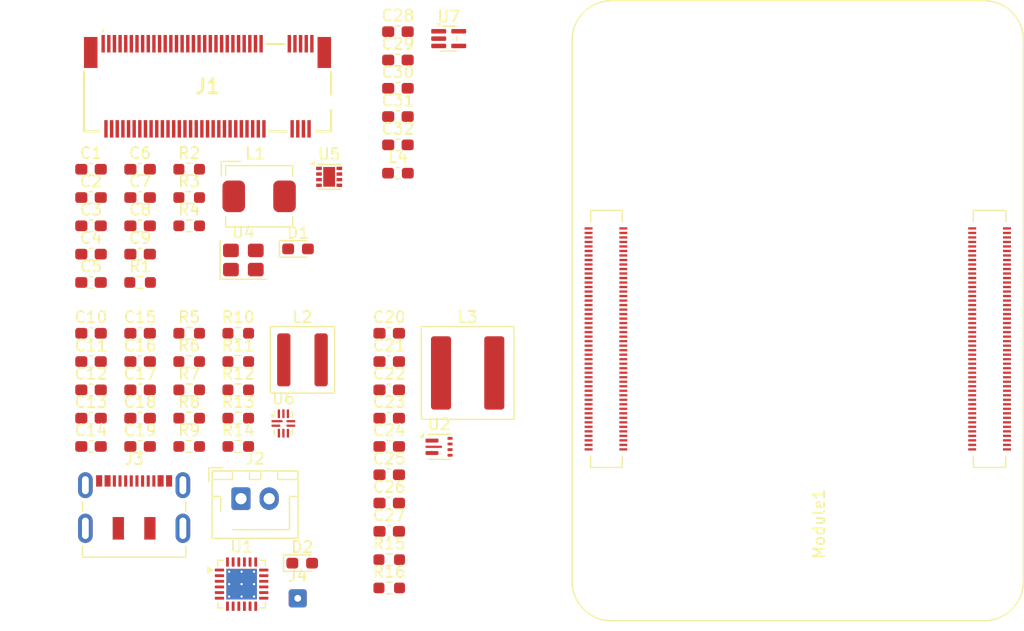
<source format=kicad_pcb>
(kicad_pcb (version 20241229) (generator "pcbnew") (generator_version "9.0")
  (layers (0 "F.Cu" signal) (2 "B.Cu" signal) (13 "F.Paste" user) (15 "B.Paste" user) (5 "F.SilkS" user "F.Silkscreen") (7 "B.SilkS" user "B.Silkscreen") (1 "F.Mask" user) (3 "B.Mask" user) (25 "Edge.Cuts" user))
  (net 0 "")
  (net 201 "+5V")
  (net 202 "GND")
  (net 203 "/pcie-nvme/FB")
  (net 204 "/pcie-nvme/M.2_3v3")
  (net 205 "Net-(U1-BTST)")
  (net 206 "Net-(C10-Pad1)")
  (net 207 "/battery_charger/Vsys")
  (net 208 "Net-(U1-REGN)")
  (net 209 "/battery_charger/Fuel_G")
  (net 210 "Net-(U1-PMID)")
  (net 211 "VBUS")
  (net 212 "/5v_boost_conv/BST_VIN")
  (net 213 "/gnss/3.3V_GNSS")
  (net 214 "Net-(U3-VCC)")
  (net 215 "/gnss/VCC_RF")
  (net 216 "Net-(D1-K)")
  (net 217 "Net-(D2-A)")
  (net 218 "Net-(D2-K)")
  (net 219 "/pcie-nvme/PCIE_nWAKE")
  (net 223 "/pcie-nvme/PCIE_TX_P")
  (net 236 "/pcie-nvme/PCIE_CLK_P")
  (net 241 "/pcie-nvme/PCIE_RX_N")
  (net 245 "/pcie-nvme/PCIE_nCLKREQ")
  (net 246 "/pcie-nvme/PCIE_nRST")
  (net 250 "Net-(J1-DAS{slash}~{DSS}{slash}~{LED1})")
  (net 251 "/pcie-nvme/PCIE_TX_N")
  (net 252 "/pcie-nvme/PCIE_RX_P")
  (net 253 "/pcie-nvme/PCIE_CLK_N")
  (net 262 "Net-(J3-CC1)")
  (net 263 "/battery_charger/USB_D+")
  (net 264 "/battery_charger/USB_D-")
  (net 265 "Net-(J3-CC2)")
  (net 266 "Net-(J4-Pin_1)")
  (net 267 "Net-(U5-LX)")
  (net 268 "Net-(U2-SW)")
  (net 269 "/pcie-nvme/PCIE_PWR_EN")
  (net 270 "Net-(U1-ILIM)")
  (net 271 "+3V3")
  (net 272 "/battery_charger/SEL")
  (net 273 "/battery_charger/INT")
  (net 274 "/battery_charger/OTG")
  (net 275 "/battery_charger/CE")
  (net 276 "Net-(U2-FB)")
  (net 277 "/battery_charger/CHG_D-")
  (net 278 "/battery_charger/SCL")
  (net 279 "/battery_charger/CHG_D+")
  (net 280 "/battery_charger/SDA")
  (net 281 "/battery_charger/RESET")
  (net 282 "/5v_boost_conv/BST_EN")
  (net 283 "/5v_boost_conv/BST_MODE")
  (net 287 "/battery_charger/MUX_D-")
  (net 288 "/battery_charger/MUX_D+")
  (net 290 "/gnss/GNSS_PSU_EN")
  (footprint "Capacitor_SMD:C_0603_1608Metric_Pad1.08x0.95mm_HandSolder" (layer "F.Cu") (at 82.1125 62.17)
    (property "Reference" "C8" (at 0 -1.43 0) (layer "F.SilkS"))
    (property "Value" "0.1uF 10V")
    (pad "1" smd roundrect (at -0.8625 0) (size 1.075 0.95) (layers "F.Cu" "F.Mask" "F.Paste") (net 204 "/pcie-nvme/M.2_3v3"))
    (pad "2" smd roundrect (at 0.8625 0) (size 1.075 0.95) (layers "F.Cu" "F.Mask" "F.Paste") (net 202 "GND"))
  )
  (footprint "Capacitor_SMD:C_0603_1608Metric_Pad1.08x0.95mm_HandSolder" (layer "F.Cu") (at 104.1925 79.23)
    (property "Reference" "C23" (at 0 -1.43 0) (layer "F.SilkS"))
    (property "Value" "22uF 16V")
    (pad "1" smd roundrect (at -0.8625 0) (size 1.075 0.95) (layers "F.Cu" "F.Mask" "F.Paste") (net 201 "+5V"))
    (pad "2" smd roundrect (at 0.8625 0) (size 1.075 0.95) (layers "F.Cu" "F.Mask" "F.Paste") (net 202 "GND"))
  )
  (footprint "Package_DFN_QFN:Texas_RTW_WQFN-24-1EP_4x4mm_P0.5mm_EP2.7x2.7mm_ThermalVias" (layer "F.Cu") (at 91.1075 93.95)
    (property "Reference" "U1" (at 0 -3.33 0) (layer "F.SilkS"))
    (property "Value" "BQ25895")
    (pad "1" smd roundrect (at -1.9625 -1.25) (size 0.825 0.25) (layers "F.Cu" "F.Mask" "F.Paste") (net 211 "VBUS"))
    (pad "2" smd roundrect (at -1.9625 -0.75) (size 0.825 0.25) (layers "F.Cu" "F.Mask" "F.Paste") (net 279 "/battery_charger/CHG_D+"))
    (pad "3" smd roundrect (at -1.9625 -0.25) (size 0.825 0.25) (layers "F.Cu" "F.Mask" "F.Paste") (net 277 "/battery_charger/CHG_D-"))
    (pad "4" smd roundrect (at -1.9625 0.25) (size 0.825 0.25) (layers "F.Cu" "F.Mask" "F.Paste") (net 218 "Net-(D2-K)"))
    (pad "5" smd roundrect (at -1.9625 0.75) (size 0.825 0.25) (layers "F.Cu" "F.Mask" "F.Paste") (net 278 "/battery_charger/SCL"))
    (pad "6" smd roundrect (at -1.9625 1.25) (size 0.825 0.25) (layers "F.Cu" "F.Mask" "F.Paste") (net 280 "/battery_charger/SDA"))
    (pad "7" smd roundrect (at -1.25 1.9625) (size 0.25 0.825) (layers "F.Cu" "F.Mask" "F.Paste") (net 273 "/battery_charger/INT"))
    (pad "8" smd roundrect (at -0.75 1.9625) (size 0.25 0.825) (layers "F.Cu" "F.Mask" "F.Paste") (net 274 "/battery_charger/OTG"))
    (pad "9" smd roundrect (at -0.25 1.9625) (size 0.25 0.825) (layers "F.Cu" "F.Mask" "F.Paste") (net 275 "/battery_charger/CE"))
    (pad "10" smd roundrect (at 0.25 1.9625) (size 0.25 0.825) (layers "F.Cu" "F.Mask" "F.Paste") (net 270 "Net-(U1-ILIM)"))
    (pad "11" smd roundrect (at 0.75 1.9625) (size 0.25 0.825) (layers "F.Cu" "F.Mask" "F.Paste") (net 266 "Net-(J4-Pin_1)"))
    (pad "12" smd roundrect (at 1.25 1.9625) (size 0.25 0.825) (layers "F.Cu" "F.Mask" "F.Paste") (net 281 "/battery_charger/RESET"))
    (pad "13" smd roundrect (at 1.9625 1.25) (size 0.825 0.25) (layers "F.Cu" "F.Mask" "F.Paste") (net 209 "/battery_charger/Fuel_G"))
    (pad "14" smd roundrect (at 1.9625 0.75) (size 0.825 0.25) (layers "F.Cu" "F.Mask" "F.Paste") (net 209 "/battery_charger/Fuel_G"))
    (pad "15" smd roundrect (at 1.9625 0.25) (size 0.825 0.25) (layers "F.Cu" "F.Mask" "F.Paste") (net 207 "/battery_charger/Vsys"))
    (pad "16" smd roundrect (at 1.9625 -0.25) (size 0.825 0.25) (layers "F.Cu" "F.Mask" "F.Paste") (net 207 "/battery_charger/Vsys"))
    (pad "17" smd roundrect (at 1.9625 -0.75) (size 0.825 0.25) (layers "F.Cu" "F.Mask" "F.Paste") (net 202 "GND"))
    (pad "18" smd roundrect (at 1.9625 -1.25) (size 0.825 0.25) (layers "F.Cu" "F.Mask" "F.Paste") (net 202 "GND"))
    (pad "19" smd roundrect (at 1.25 -1.9625) (size 0.25 0.825) (layers "F.Cu" "F.Mask" "F.Paste") (net 206 "Net-(C10-Pad1)"))
    (pad "20" smd roundrect (at 0.75 -1.9625) (size 0.25 0.825) (layers "F.Cu" "F.Mask" "F.Paste") (net 206 "Net-(C10-Pad1)"))
    (pad "21" smd roundrect (at 0.25 -1.9625) (size 0.25 0.825) (layers "F.Cu" "F.Mask" "F.Paste") (net 205 "Net-(U1-BTST)"))
    (pad "22" smd roundrect (at -0.25 -1.9625) (size 0.25 0.825) (layers "F.Cu" "F.Mask" "F.Paste") (net 208 "Net-(U1-REGN)"))
    (pad "23" smd roundrect (at -0.75 -1.9625) (size 0.25 0.825) (layers "F.Cu" "F.Mask" "F.Paste") (net 210 "Net-(U1-PMID)"))
    (pad "24" smd roundrect (at -1.25 -1.9625) (size 0.25 0.825) (layers "F.Cu" "F.Mask" "F.Paste") (net 272 "/battery_charger/SEL"))
    (pad "25" thru_hole circle (at -1.1 -1.1) (size 0.5 0.5) (drill 0.2) (property pad_prop_heatsink) (layers "*.Cu") (net 202 "GND"))
    (pad "25" thru_hole circle (at -1.1 0) (size 0.5 0.5) (drill 0.2) (property pad_prop_heatsink) (layers "*.Cu") (net 202 "GND"))
    (pad "25" thru_hole circle (at -1.1 1.1) (size 0.5 0.5) (drill 0.2) (property pad_prop_heatsink) (layers "*.Cu") (net 202 "GND"))
    (pad "25" thru_hole circle (at 0 -1.1) (size 0.5 0.5) (drill 0.2) (property pad_prop_heatsink) (layers "*.Cu") (net 202 "GND"))
    (pad "25" thru_hole circle (at 0 0) (size 0.5 0.5) (drill 0.2) (property pad_prop_heatsink) (layers "*.Cu") (net 202 "GND"))
    (pad "25" smd rect (at 0 0) (size 2.7 2.7) (property pad_prop_heatsink) (layers "F.Cu" "F.Mask") (net 202 "GND"))
    (pad "25" smd rect (at 0 0) (size 2.7 2.7) (property pad_prop_heatsink) (layers "B.Cu") (net 202 "GND"))
    (pad "25" thru_hole circle (at 0 1.1) (size 0.5 0.5) (drill 0.2) (property pad_prop_heatsink) (layers "*.Cu") (net 202 "GND"))
    (pad "25" thru_hole circle (at 1.1 -1.1) (size 0.5 0.5) (drill 0.2) (property pad_prop_heatsink) (layers "*.Cu") (net 202 "GND"))
    (pad "25" thru_hole circle (at 1.1 0) (size 0.5 0.5) (drill 0.2) (property pad_prop_heatsink) (layers "*.Cu") (net 202 "GND"))
    (pad "25" thru_hole circle (at 1.1 1.1) (size 0.5 0.5) (drill 0.2) (property pad_prop_heatsink) (layers "*.Cu") (net 202 "GND"))
  )
  (footprint "Resistor_SMD:R_0603_1608Metric_Pad0.98x0.95mm_HandSolder" (layer "F.Cu") (at 86.4625 59.66)
    (property "Reference" "R3" (at 0 -1.43 0) (layer "F.SilkS"))
    (property "Value" "100k 1%")
    (pad "1" smd roundrect (at -0.9125 0) (size 0.975 0.95) (layers "F.Cu" "F.Mask" "F.Paste") (net 269 "/pcie-nvme/PCIE_PWR_EN"))
    (pad "2" smd roundrect (at 0.9125 0) (size 0.975 0.95) (layers "F.Cu" "F.Mask" "F.Paste") (net 202 "GND"))
  )
  (footprint "Inductor_SMD:L_Coilcraft_XAL7030-102" (layer "F.Cu") (at 111.1425 75.22)
    (property "Reference" "L3" (at 0 -4.95 0) (layer "F.SilkS"))
    (property "Value" "1uH 21.8A")
    (pad "1" smd roundrect (at -2.36 0) (size 1.78 6.5) (layers "F.Cu" "F.Mask" "F.Paste") (roundrect_rratio 0.140449) (net 212 "/5v_boost_conv/BST_VIN"))
    (pad "2" smd roundrect (at 2.36 0) (size 1.78 6.5) (layers "F.Cu" "F.Mask" "F.Paste") (roundrect_rratio 0.140449) (net 268 "Net-(U2-SW)"))
  )
  (footprint "Resistor_SMD:R_0603_1608Metric_Pad0.98x0.95mm_HandSolder" (layer "F.Cu") (at 86.4625 79.23)
    (property "Reference" "R8" (at 0 -1.43 0) (layer "F.SilkS"))
    (property "Value" "133")
    (pad "1" smd roundrect (at -0.9125 0) (size 0.975 0.95) (layers "F.Cu" "F.Mask" "F.Paste") (net 270 "Net-(U1-ILIM)"))
    (pad "2" smd roundrect (at 0.9125 0) (size 0.975 0.95) (layers "F.Cu" "F.Mask" "F.Paste") (net 202 "GND"))
  )
  (footprint "Capacitor_SMD:C_0603_1608Metric_Pad1.08x0.95mm_HandSolder" (layer "F.Cu") (at 77.7625 71.7)
    (property "Reference" "C10" (at 0 -1.43 0) (layer "F.SilkS"))
    (property "Value" "47nF 16V")
    (pad "1" smd roundrect (at -0.8625 0) (size 1.075 0.95) (layers "F.Cu" "F.Mask" "F.Paste") (net 206 "Net-(C10-Pad1)"))
    (pad "2" smd roundrect (at 0.8625 0) (size 1.075 0.95) (layers "F.Cu" "F.Mask" "F.Paste") (net 205 "Net-(U1-BTST)"))
  )
  (footprint "M.2 NGFF:121992304" (layer "F.Cu") (at 88.0875 49.919)
    (property "Reference" "J1" (at 0 -0.124 0) (layer "F.SilkS") (effects (font (size 1.27 1.27) (thickness 0.254))))
    (property "Value" "Bus_M.2_Socket_M" (hide yes))
    (pad "" np_thru_hole circle (at -10 1.375) (size 1.1 1.1) (drill 1.1) (layers "*.Cu" "*.Mask"))
    (pad "" np_thru_hole circle (at 10 1.375) (size 1.6 1.6) (drill 1.6) (layers "*.Cu" "*.Mask"))
    (pad "1" smd rect (at -9.25 -3.9) (size 0.3 1.55) (layers "F.Cu" "F.Mask" "F.Paste") (net 202 "GND"))
    (pad "2" smd rect (at -9 3.65) (size 0.3 1.55) (layers "F.Cu" "F.Mask" "F.Paste") (net 204 "/pcie-nvme/M.2_3v3"))
    (pad "3" smd rect (at -8.75 -3.9) (size 0.3 1.55) (layers "F.Cu" "F.Mask" "F.Paste") (net 202 "GND"))
    (pad "4" smd rect (at -8.5 3.65) (size 0.3 1.55) (layers "F.Cu" "F.Mask" "F.Paste") (net 204 "/pcie-nvme/M.2_3v3"))
    (pad "5" smd rect (at -8.25 -3.9) (size 0.3 1.55) (layers "F.Cu" "F.Mask" "F.Paste"))
    (pad "6" smd rect (at -8 3.65) (size 0.3 1.55) (layers "F.Cu" "F.Mask" "F.Paste"))
    (pad "7" smd rect (at -7.75 -3.9) (size 0.3 1.55) (layers "F.Cu" "F.Mask" "F.Paste"))
    (pad "8" smd rect (at -7.5 3.65) (size 0.3 1.55) (layers "F.Cu" "F.Mask" "F.Paste"))
    (pad "9" smd rect (at -7.25 -3.9) (size 0.3 1.55) (layers "F.Cu" "F.Mask" "F.Paste") (net 202 "GND"))
    (pad "10" smd rect (at -7 3.65) (size 0.3 1.55) (layers "F.Cu" "F.Mask" "F.Paste") (net 250 "Net-(J1-DAS{slash}~{DSS}{slash}~{LED1})"))
    (pad "11" smd rect (at -6.75 -3.9) (size 0.3 1.55) (layers "F.Cu" "F.Mask" "F.Paste"))
    (pad "12" smd rect (at -6.5 3.65) (size 0.3 1.55) (layers "F.Cu" "F.Mask" "F.Paste") (net 204 "/pcie-nvme/M.2_3v3"))
    (pad "13" smd rect (at -6.25 -3.9) (size 0.3 1.55) (layers "F.Cu" "F.Mask" "F.Paste"))
    (pad "14" smd rect (at -6 3.65) (size 0.3 1.55) (layers "F.Cu" "F.Mask" "F.Paste") (net 204 "/pcie-nvme/M.2_3v3"))
    (pad "15" smd rect (at -5.75 -3.9) (size 0.3 1.55) (layers "F.Cu" "F.Mask" "F.Paste") (net 202 "GND"))
    (pad "16" smd rect (at -5.5 3.65) (size 0.3 1.55) (layers "F.Cu" "F.Mask" "F.Paste") (net 204 "/pcie-nvme/M.2_3v3"))
    (pad "17" smd rect (at -5.25 -3.9) (size 0.3 1.55) (layers "F.Cu" "F.Mask" "F.Paste"))
    (pad "18" smd rect (at -5 3.65) (size 0.3 1.55) (layers "F.Cu" "F.Mask" "F.Paste") (net 204 "/pcie-nvme/M.2_3v3"))
    (pad "19" smd rect (at -4.75 -3.9) (size 0.3 1.55) (layers "F.Cu" "F.Mask" "F.Paste"))
    (pad "20" smd rect (at -4.5 3.65) (size 0.3 1.55) (layers "F.Cu" "F.Mask" "F.Paste"))
    (pad "21" smd rect (at -4.25 -3.9) (size 0.3 1.55) (layers "F.Cu" "F.Mask" "F.Paste") (net 202 "GND"))
    (pad "22" smd rect (at -4 3.65) (size 0.3 1.55) (layers "F.Cu" "F.Mask" "F.Paste"))
    (pad "23" smd rect (at -3.75 -3.9) (size 0.3 1.55) (layers "F.Cu" "F.Mask" "F.Paste"))
    (pad "24" smd rect (at -3.5 3.65) (size 0.3 1.55) (layers "F.Cu" "F.Mask" "F.Paste"))
    (pad "25" smd rect (at -3.25 -3.9) (size 0.3 1.55) (layers "F.Cu" "F.Mask" "F.Paste"))
    (pad "26" smd rect (at -3 3.65) (size 0.3 1.55) (layers "F.Cu" "F.Mask" "F.Paste"))
    (pad "27" smd rect (at -2.75 -3.9) (size 0.3 1.55) (layers "F.Cu" "F.Mask" "F.Paste") (net 202 "GND"))
    (pad "28" smd rect (at -2.5 3.65) (size 0.3 1.55) (layers "F.Cu" "F.Mask" "F.Paste"))
    (pad "29" smd rect (at -2.25 -3.9) (size 0.3 1.55) (layers "F.Cu" "F.Mask" "F.Paste"))
    (pad "30" smd rect (at -2 3.65) (size 0.3 1.55) (layers "F.Cu" "F.Mask" "F.Paste"))
    (pad "31" smd rect (at -1.75 -3.9) (size 0.3 1.55) (layers "F.Cu" "F.Mask" "F.Paste"))
    (pad "32" smd rect (at -1.5 3.65) (size 0.3 1.55) (layers "F.Cu" "F.Mask" "F.Paste"))
    (pad "33" smd rect (at -1.25 -3.9) (size 0.3 1.55) (layers "F.Cu" "F.Mask" "F.Paste") (net 202 "GND"))
    (pad "34" smd rect (at -1 3.65) (size 0.3 1.55) (layers "F.Cu" "F.Mask" "F.Paste"))
    (pad "35" smd rect (at -0.75 -3.9) (size 0.3 1.55) (layers "F.Cu" "F.Mask" "F.Paste"))
    (pad "36" smd rect (at -0.5 3.65) (size 0.3 1.55) (layers "F.Cu" "F.Mask" "F.Paste"))
    (pad "37" smd rect (at -0.25 -3.9) (size 0.3 1.55) (layers "F.Cu" "F.Mask" "F.Paste"))
    (pad "38" smd rect (at 0 3.65) (size 0.3 1.55) (layers "F.Cu" "F.Mask" "F.Paste"))
    (pad "39" smd rect (at 0.25 -3.9) (size 0.3 1.55) (layers "F.Cu" "F.Mask" "F.Paste") (net 202 "GND"))
    (pad "40" smd rect (at 0.5 3.65) (size 0.3 1.55) (layers "F.Cu" "F.Mask" "F.Paste"))
    (pad "41" smd rect (at 0.75 -3.9) (size 0.3 1.55) (layers "F.Cu" "F.Mask" "F.Paste") (net 252 "/pcie-nvme/PCIE_RX_P"))
    (pad "42" smd rect (at 1 3.65) (size 0.3 1.55) (layers "F.Cu" "F.Mask" "F.Paste"))
    (pad "43" smd rect (at 1.25 -3.9) (size 0.3 1.55) (layers "F.Cu" "F.Mask" "F.Paste") (net 241 "/pcie-nvme/PCIE_RX_N"))
    (pad "44" smd rect (at 1.5 3.65) (size 0.3 1.55) (layers "F.Cu" "F.Mask" "F.Paste"))
    (pad "45" smd rect (at 1.75 -3.9) (size 0.3 1.55) (layers "F.Cu" "F.Mask" "F.Paste") (net 202 "GND"))
    (pad "46" smd rect (at 2 3.65) (size 0.3 1.55) (layers "F.Cu" "F.Mask" "F.Paste"))
    (pad "47" smd rect (at 2.25 -3.9) (size 0.3 1.55) (layers "F.Cu" "F.Mask" "F.Paste") (net 223 "/pcie-nvme/PCIE_TX_P"))
    (pad "48" smd rect (at 2.5 3.65) (size 0.3 1.55) (layers "F.Cu" "F.Mask" "F.Paste"))
    (pad "49" smd rect (at 2.75 -3.9) (size 0.3 1.55) (layers "F.Cu" "F.Mask" "F.Paste") (net 251 "/pcie-nvme/PCIE_TX_N"))
    (pad "50" smd rect (at 3 3.65) (size 0.3 1.55) (layers "F.Cu" "F.Mask" "F.Paste") (net 246 "/pcie-nvme/PCIE_nRST"))
    (pad "51" smd rect (at 3.25 -3.9) (size 0.3 1.55) (layers "F.Cu" "F.Mask" "F.Paste") (net 202 "GND"))
    (pad "52" smd rect (at 3.5 3.65) (size 0.3 1.55) (layers "F.Cu" "F.Mask" "F.Paste") (net 245 "/pcie-nvme/PCIE_nCLKREQ"))
    (pad "53" smd rect (at 3.75 -3.9) (size 0.3 1.55) (layers "F.Cu" "F.Mask" "F.Paste") (net 253 "/pcie-nvme/PCIE_CLK_N"))
    (pad "54" smd rect (at 4 3.65) (size 0.3 1.55) (layers "F.Cu" "F.Mask" "F.Paste") (net 219 "/pcie-nvme/PCIE_nWAKE"))
    (pad "55" smd rect (at 4.25 -3.9) (size 0.3 1.55) (layers "F.Cu" "F.Mask" "F.Paste") (net 236 "/pcie-nvme/PCIE_CLK_P"))
    (pad "56" smd rect (at 4.5 3.65) (size 0.3 1.55) (layers "F.Cu" "F.Mask" "F.Paste"))
    (pad "57" smd rect (at 4.75 -3.9) (size 0.3 1.55) (layers "F.Cu" "F.Mask" "F.Paste") (net 202 "GND"))
    (pad "58" smd rect (at 5 3.65) (size 0.3 1.55) (layers "F.Cu" "F.Mask" "F.Paste"))
    (pad "67" smd rect (at 7.25 -3.9) (size 0.3 1.55) (layers "F.Cu" "F.Mask" "F.Paste"))
    (pad "68" smd rect (at 7.5 3.65) (size 0.3 1.55) (layers "F.Cu" "F.Mask" "F.Paste") (net 204 "/pcie-nvme/M.2_3v3"))
    (pad "69" smd rect (at 7.75 -3.9) (size 0.3 1.55) (layers "F.Cu" "F.Mask" "F.Paste"))
    (pad "70" smd rect (at 8 3.65) (size 0.3 1.55) (layers "F.Cu" "F.Mask" "F.Paste") (net 204 "/pcie-nvme/M.2_3v3"))
    (pad "71" smd rect (at 8.25 -3.9) (size 0.3 1.55) (layers "F.Cu" "F.Mask" "F.Paste") (net 202 "GND"))
    (pad "72" smd rect (at 8.5 3.65) (size 0.3 1.55) (layers "F.Cu" "F.Mask" "F.Paste") (net 204 "/pcie-nvme/M.2_3v3"))
    (pad "73" smd rect (at 8.75 -3.9) (size 0.3 1.55) (layers "F.Cu" "F.Mask" "F.Paste") (net 202 "GND"))
    (pad "74" smd rect (at 9 3.65) (size 0.3 1.55) (layers "F.Cu" "F.Mask" "F.Paste") (net 204 "/pcie-nvme/M.2_3v3"))
    (pad "75" smd rect (at 9.25 -3.9) (size 0.3 1.55) (layers "F.Cu" "F.Mask" "F.Paste") (net 202 "GND"))
    (pad "76" smd rect (at -10.35 -3.125) (size 1.2 2.75) (layers "F.Cu" "F.Mask" "F.Paste"))
    (pad "77" smd rect (at 10.35 -3.125) (size 1.2 2.75) (layers "F.Cu" "F.Mask" "F.Paste"))
  )
  (footprint "Resistor_SMD:R_0603_1608Metric_Pad0.98x0.95mm_HandSolder" (layer "F.Cu") (at 82.1125 67.19)
    (property "Reference" "R1" (at 0 -1.43 0) (layer "F.SilkS"))
    (property "Value" "10k 1%")
    (pad "1" smd roundrect (at -0.9125 0) (size 0.975 0.95) (layers "F.Cu" "F.Mask" "F.Paste") (net 204 "/pcie-nvme/M.2_3v3"))
    (pad "2" smd roundrect (at 0.9125 0) (size 0.975 0.95) (layers "F.Cu" "F.Mask" "F.Paste") (net 203 "/pcie-nvme/FB"))
  )
  (footprint "Resistor_SMD:R_0603_1608Metric_Pad0.98x0.95mm_HandSolder" (layer "F.Cu") (at 90.8125 79.23)
    (property "Reference" "R13" (at 0 -1.43 0) (layer "F.SilkS"))
    (property "Value" "10K")
    (pad "1" smd roundrect (at -0.9125 0) (size 0.975 0.95) (layers "F.Cu" "F.Mask" "F.Paste") (net 208 "Net-(U1-REGN)"))
    (pad "2" smd roundrect (at 0.9125 0) (size 0.975 0.95) (layers "F.Cu" "F.Mask" "F.Paste") (net 266 "Net-(J4-Pin_1)"))
  )
  (footprint "Resistor_SMD:R_0603_1608Metric_Pad0.98x0.95mm_HandSolder" (layer "F.Cu") (at 86.4625 76.72)
    (property "Reference" "R7" (at 0 -1.43 0) (layer "F.SilkS"))
    (property "Value" "5.1k")
    (pad "1" smd roundrect (at -0.9125 0) (size 0.975 0.95) (layers "F.Cu" "F.Mask" "F.Paste") (net 202 "GND"))
    (pad "2" smd roundrect (at 0.9125 0) (size 0.975 0.95) (layers "F.Cu" "F.Mask" "F.Paste") (net 265 "Net-(J3-CC2)"))
  )
  (footprint "Capacitor_SMD:C_0603_1608Metric_Pad1.08x0.95mm_HandSolder" (layer "F.Cu") (at 104.9625 49.97)
    (property "Reference" "C30" (at 0 -1.43 0) (layer "F.SilkS"))
    (property "Value" "10nF")
    (pad "1" smd roundrect (at -0.8625 0) (size 1.075 0.95) (layers "F.Cu" "F.Mask" "F.Paste") (net 213 "/gnss/3.3V_GNSS"))
    (pad "2" smd roundrect (at 0.8625 0) (size 1.075 0.95) (layers "F.Cu" "F.Mask" "F.Paste") (net 202 "GND"))
  )
  (footprint "Capacitor_SMD:C_0603_1608Metric_Pad1.08x0.95mm_HandSolder" (layer "F.Cu") (at 82.1125 74.21)
    (property "Reference" "C16" (at 0 -1.43 0) (layer "F.SilkS"))
    (property "Value" "22uF 16V")
    (pad "1" smd roundrect (at -0.8625 0) (size 1.075 0.95) (layers "F.Cu" "F.Mask" "F.Paste") (net 210 "Net-(U1-PMID)"))
    (pad "2" smd roundrect (at 0.8625 0) (size 1.075 0.95) (layers "F.Cu" "F.Mask" "F.Paste") (net 202 "GND"))
  )
  (footprint "CM5IO:L_Bourns_SRP5030CC" (layer "F.Cu") (at 92.6625 59.555)
    (property "Reference" "L1" (at -0.35 -3.8 0) (layer "F.SilkS"))
    (property "Value" "2.2uH")
    (pad "1" smd roundrect (at -2.25 0) (size 2 2.8) (layers "F.Cu" "F.Mask" "F.Paste") (net 267 "Net-(U5-LX)"))
    (pad "2" smd roundrect (at 2.25 0) (size 2 2.8) (layers "F.Cu" "F.Mask" "F.Paste") (net 204 "/pcie-nvme/M.2_3v3"))
  )
  (footprint "Capacitor_SMD:C_0603_1608Metric_Pad1.08x0.95mm_HandSolder" (layer "F.Cu") (at 104.1925 84.25)
    (property "Reference" "C25" (at 0 -1.43 0) (layer "F.SilkS"))
    (property "Value" "22uF 16V")
    (pad "1" smd roundrect (at -0.8625 0) (size 1.075 0.95) (layers "F.Cu" "F.Mask" "F.Paste") (net 212 "/5v_boost_conv/BST_VIN"))
    (pad "2" smd roundrect (at 0.8625 0) (size 1.075 0.95) (layers "F.Cu" "F.Mask" "F.Paste") (net 202 "GND"))
  )
  (footprint "Resistor_SMD:R_0603_1608Metric_Pad0.98x0.95mm_HandSolder" (layer "F.Cu") (at 90.8125 76.72)
    (property "Reference" "R12" (at 0 -1.43 0) (layer "F.SilkS"))
    (property "Value" "10K")
    (pad "1" smd roundrect (at -0.9125 0) (size 0.975 0.95) (layers "F.Cu" "F.Mask" "F.Paste") (net 275 "/battery_charger/CE"))
    (pad "2" smd roundrect (at 0.9125 0) (size 0.975 0.95) (layers "F.Cu" "F.Mask" "F.Paste") (net 202 "GND"))
  )
  (footprint "Resistor_SMD:R_0603_1608Metric_Pad0.98x0.95mm_HandSolder" (layer "F.Cu") (at 86.4625 71.7)
    (property "Reference" "R5" (at 0 -1.43 0) (layer "F.SilkS"))
    (property "Value" "2.21K")
    (pad "1" smd roundrect (at -0.9125 0) (size 0.975 0.95) (layers "F.Cu" "F.Mask" "F.Paste") (net 217 "Net-(D2-A)"))
    (pad "2" smd roundrect (at 0.9125 0) (size 0.975 0.95) (layers "F.Cu" "F.Mask" "F.Paste") (net 207 "/battery_charger/Vsys"))
  )
  (footprint "Capacitor_SMD:C_0603_1608Metric_Pad1.08x0.95mm_HandSolder" (layer "F.Cu") (at 104.1925 89.27)
    (property "Reference" "C27" (at 0 -1.43 0) (layer "F.SilkS"))
    (property "Value" "22uF 16V")
    (pad "1" smd roundrect (at -0.8625 0) (size 1.075 0.95) (layers "F.Cu" "F.Mask" "F.Paste") (net 212 "/5v_boost_conv/BST_VIN"))
    (pad "2" smd roundrect (at 0.8625 0) (size 1.075 0.95) (layers "F.Cu" "F.Mask" "F.Paste") (net 202 "GND"))
  )
  (footprint "Capacitor_SMD:C_0603_1608Metric_Pad1.08x0.95mm_HandSolder" (layer "F.Cu") (at 104.1925 86.76)
    (property "Reference" "C26" (at 0 -1.43 0) (layer "F.SilkS"))
    (property "Value" "0.1uF 16V")
    (pad "1" smd roundrect (at -0.8625 0) (size 1.075 0.95) (layers "F.Cu" "F.Mask" "F.Paste") (net 212 "/5v_boost_conv/BST_VIN"))
    (pad "2" smd roundrect (at 0.8625 0) (size 1.075 0.95) (layers "F.Cu" "F.Mask" "F.Paste") (net 202 "GND"))
  )
  (footprint "Resistor_SMD:R_0603_1608Metric_Pad0.98x0.95mm_HandSolder" (layer "F.Cu") (at 90.8125 81.74)
    (property "Reference" "R14" (at 0 -1.43 0) (layer "F.SilkS"))
    (property "Value" "10K")
    (pad "1" smd roundrect (at -0.9125 0) (size 0.975 0.95) (layers "F.Cu" "F.Mask" "F.Paste") (net 266 "Net-(J4-Pin_1)"))
    (pad "2" smd roundrect (at 0.9125 0) (size 0.975 0.95) (layers "F.Cu" "F.Mask" "F.Paste") (net 202 "GND"))
  )
  (footprint "Diode_SMD:D_0603_1608Metric_Pad1.05x0.95mm_HandSolder" (layer "F.Cu") (at 96.4775 92.09)
    (property "Reference" "D2" (at 0 -1.43 0) (layer "F.SilkS"))
    (property "Value" "Green")
    (pad "1" smd roundrect (at -0.875 0) (size 1.05 0.95) (layers "F.Cu" "F.Mask" "F.Paste") (net 218 "Net-(D2-K)"))
    (pad "2" smd roundrect (at 0.875 0) (size 1.05 0.95) (layers "F.Cu" "F.Mask" "F.Paste") (net 217 "Net-(D2-A)"))
  )
  (footprint "Connector_USB:USB_C_Receptacle_JAE_DX07S016JA1R1500" (layer "F.Cu") (at 81.5825 87.85)
    (property "Reference" "J3" (at 0 -5 0) (layer "F.SilkS"))
    (property "Value" "USB_C_Receptacle_USB2.0_14P")
    (pad "" np_thru_hole circle (at -3 -1.95) (size 0.6 0.6) (drill 0.6) (layers "*.Cu" "*.Mask"))
    (pad "" smd rect (at -1.4 1.15) (size 1 2) (layers "F.Cu" "F.Mask" "F.Paste"))
    (pad "" smd rect (at 1.4 1.15) (size 1 2) (layers "F.Cu" "F.Mask" "F.Paste"))
    (pad "" np_thru_hole oval (at 3 -1.95) (size 0.85 0.6) (drill oval 0.85 0.6) (layers "*.Cu" "*.Mask"))
    (pad "A1" smd rect (at -3.1 -3.05) (size 0.52 1) (layers "F.Cu" "F.Mask" "F.Paste") (net 202 "GND"))
    (pad "A4" smd rect (at -2.35 -3.05) (size 0.52 1) (layers "F.Cu" "F.Mask" "F.Paste") (net 211 "VBUS"))
    (pad "A5" smd rect (at -1.75 -3.05) (size 0.27 1) (layers "F.Cu" "F.Mask" "F.Paste") (net 262 "Net-(J3-CC1)"))
    (pad "A6" smd rect (at -0.25 -3.05) (size 0.27 1) (layers "F.Cu" "F.Mask" "F.Paste") (net 263 "/battery_charger/USB_D+"))
    (pad "A7" smd rect (at 0.75 -3.05) (size 0.27 1) (layers "F.Cu" "F.Mask" "F.Paste") (net 264 "/battery_charger/USB_D-"))
    (pad "A8" smd rect (at 1.75 -3.05) (size 0.27 1) (layers "F.Cu" "F.Mask" "F.Paste"))
    (pad "A9" smd rect (at 2.35 -3.05) (size 0.52 1) (layers "F.Cu" "F.Mask" "F.Paste") (net 211 "VBUS"))
    (pad "A12" smd rect (at 3.1 -3.05) (size 0.52 1) (layers "F.Cu" "F.Mask" "F.Paste") (net 202 "GND"))
    (pad "B1" smd rect (at 3.1 -3.05) (size 0.52 1) (layers "F.Cu" "F.Mask" "F.Paste") (net 202 "GND"))
    (pad "B4" smd rect (at 2.35 -3.05) (size 0.52 1) (layers "F.Cu" "F.Mask" "F.Paste") (net 211 "VBUS"))
    (pad "B5" smd rect (at 1.25 -3.05) (size 0.27 1) (layers "F.Cu" "F.Mask" "F.Paste") (net 265 "Net-(J3-CC2)"))
    (pad "B6" smd rect (at 0.25 -3.05) (size 0.27 1) (layers "F.Cu" "F.Mask" "F.Paste") (net 263 "/battery_charger/USB_D+"))
    (pad "B7" smd rect (at -0.75 -3.05) (size 0.27 1) (layers "F.Cu" "F.Mask" "F.Paste") (net 264 "/battery_charger/USB_D-"))
    (pad "B8" smd rect (at -1.25 -3.05) (size 0.27 1) (layers "F.Cu" "F.Mask" "F.Paste"))
    (pad "B9" smd rect (at -2.35 -3.05) (size 0.52 1) (layers "F.Cu" "F.Mask" "F.Paste") (net 211 "VBUS"))
    (pad "B12" smd rect (at -3.1 -3.05) (size 0.52 1) (layers "F.Cu" "F.Mask" "F.Paste") (net 202 "GND"))
    (pad "S1" thru_hole oval (at -4.32 -2.675) (size 1.3 2.3) (drill oval 0.6 1.6) (property pad_prop_heatsink) (layers "*.Cu" "*.Mask") (net 202 "GND"))
    (pad "S1" thru_hole oval (at -4.32 1.15) (size 1.3 2.6) (drill oval 0.6 1.9) (property pad_prop_heatsink) (layers "*.Cu" "*.Mask") (net 202 "GND"))
    (pad "S1" thru_hole oval (at 4.32 -2.675) (size 1.3 2.3) (drill oval 0.6 1.6) (property pad_prop_heatsink) (layers "*.Cu" "*.Mask") (net 202 "GND"))
    (pad "S1" thru_hole oval (at 4.32 1.15) (size 1.3 2.6) (drill oval 0.6 1.9) (property pad_prop_heatsink) (layers "*.Cu" "*.Mask") (net 202 "GND"))
  )
  (footprint "Resistor_SMD:R_0603_1608Metric_Pad0.98x0.95mm_HandSolder" (layer "F.Cu") (at 90.8125 74.21)
    (property "Reference" "R11" (at 0 -1.43 0) (layer "F.SilkS"))
    (property "Value" "10K")
    (pad "1" smd roundrect (at -0.9125 0) (size 0.975 0.95) (layers "F.Cu" "F.Mask" "F.Paste") (net 274 "/battery_charger/OTG"))
    (pad "2" smd roundrect (at 0.9125 0) (size 0.975 0.95) (layers "F.Cu" "F.Mask" "F.Paste") (net 202 "GND"))
  )
  (footprint "Capacitor_SMD:C_0603_1608Metric_Pad1.08x0.95mm_HandSolder" (layer "F.Cu") (at 82.1125 57.15)
    (property "Reference" "C6" (at 0 -1.43 0) (layer "F.SilkS"))
    (property "Value" "10uF")
    (pad "1" smd roundrect (at -0.8625 0) (size 1.075 0.95) (layers "F.Cu" "F.Mask" "F.Paste") (net 204 "/pcie-nvme/M.2_3v3"))
    (pad "2" smd roundrect (at 0.8625 0) (size 1.075 0.95) (layers "F.Cu" "F.Mask" "F.Paste") (net 202 "GND"))
  )
  (footprint "Capacitor_SMD:C_0603_1608Metric_Pad1.08x0.95mm_HandSolder" (layer "F.Cu") (at 104.1925 74.21)
    (property "Reference" "C21" (at 0 -1.43 0) (layer "F.SilkS"))
    (property "Value" "22uF 16V")
    (pad "1" smd roundrect (at -0.8625 0) (size 1.075 0.95) (layers "F.Cu" "F.Mask" "F.Paste") (net 201 "+5V"))
    (pad "2" smd roundrect (at 0.8625 0) (size 1.075 0.95) (layers "F.Cu" "F.Mask" "F.Paste") (net 202 "GND"))
  )
  (footprint "Connector_JST:JST_XH_B2B-XH-AM_1x02_P2.50mm_Vertical" (layer "F.Cu") (at 91.0525 86.37)
    (property "Reference" "J2" (at 1.25 -3.55 0) (layer "F.SilkS"))
    (property "Value" "Conn_01x02_Socket")
    (pad "" np_thru_hole circle (at -1.6 2) (size 1.2 1.2) (drill 1.2) (layers "*.Cu" "*.Mask"))
    (pad "1" thru_hole roundrect (at 0 0) (size 1.7 2) (drill 1) (layers "*.Cu" "*.Mask") (roundrect_rratio 0.147059) (net 209 "/battery_charger/Fuel_G"))
    (pad "2" thru_hole oval (at 2.5 0) (size 1.7 2) (drill 1) (layers "*.Cu" "*.Mask") (net 202 "GND"))
  )
  (footprint "Resistor_SMD:R_0603_1608Metric_Pad0.98x0.95mm_HandSolder" (layer "F.Cu") (at 86.4625 74.21)
    (property "Reference" "R6" (at 0 -1.43 0) (layer "F.SilkS"))
    (property "Value" "5.1k")
    (pad "1" smd roundrect (at -0.9125 0) (size 0.975 0.95) (layers "F.Cu" "F.Mask" "F.Paste") (net 262 "Net-(J3-CC1)"))
    (pad "2" smd roundrect (at 0.9125 0) (size 0.975 0.95) (layers "F.Cu" "F.Mask" "F.Paste") (net 202 "GND"))
  )
  (footprint "Resistor_SMD:R_0603_1608Metric_Pad0.98x0.95mm_HandSolder" (layer "F.Cu") (at 86.4625 62.17)
    (property "Reference" "R4" (at 0 -1.43 0) (layer "F.SilkS"))
    (property "Value" "1k")
    (pad "1" smd roundrect (at -0.9125 0) (size 0.975 0.95) (layers "F.Cu" "F.Mask" "F.Paste") (net 216 "Net-(D1-K)"))
    (pad "2" smd roundrect (at 0.9125 0) (size 0.975 0.95) (layers "F.Cu" "F.Mask" "F.Paste") (net 250 "Net-(J1-DAS{slash}~{DSS}{slash}~{LED1})"))
  )
  (footprint "Capacitor_SMD:C_0603_1608Metric_Pad1.08x0.95mm_HandSolder" (layer "F.Cu") (at 77.7625 74.21)
    (property "Reference" "C11" (at 0 -1.43 0) (layer "F.SilkS"))
    (property "Value" "10uF 16V")
    (pad "1" smd roundrect (at -0.8625 0) (size 1.075 0.95) (layers "F.Cu" "F.Mask" "F.Paste") (net 207 "/battery_charger/Vsys"))
    (pad "2" smd roundrect (at 0.8625 0) (size 1.075 0.95) (layers "F.Cu" "F.Mask" "F.Paste") (net 202 "GND"))
  )
  (footprint "Package_DFN_QFN:DFN-8-1EP_2x2mm_P0.5mm_EP1.05x1.75mm" (layer "F.Cu") (at 98.8675 57.825)
    (property "Reference" "U5" (at 0 -2 0) (layer "F.SilkS"))
    (property "Value" "AP3441SHE-7B")
    (pad "1" smd rect (at -0.9 -0.75) (size 0.5 0.3) (layers "F.Cu" "F.Mask" "F.Paste") (net 203 "/pcie-nvme/FB"))
    (pad "2" smd rect (at -0.9 -0.25) (size 0.5 0.3) (layers "F.Cu" "F.Mask" "F.Paste"))
    (pad "3" smd rect (at -0.9 0.25) (size 0.5 0.3) (layers "F.Cu" "F.Mask" "F.Paste") (net 201 "+5V"))
    (pad "4" smd rect (at -0.9 0.75) (size 0.5 0.3) (layers "F.Cu" "F.Mask" "F.Paste") (net 202 "GND"))
    (pad "5" smd rect (at 0.9 0.75) (size 0.5 0.3) (layers "F.Cu" "F.Mask" "F.Paste"))
    (pad "6" smd rect (at 0.9 0.25) (size 0.5 0.3) (layers "F.Cu" "F.Mask" "F.Paste") (net 267 "Net-(U5-LX)"))
    (pad "7" smd rect (at 0.9 -0.25) (size 0.5 0.3) (layers "F.Cu" "F.Mask" "F.Paste") (net 269 "/pcie-nvme/PCIE_PWR_EN"))
    (pad "8" smd rect (at 0.9 -0.75) (size 0.5 0.3) (layers "F.Cu" "F.Mask" "F.Paste") (net 202 "GND"))
    (pad "9" smd rect (at 0 0) (size 1.05 1.75) (layers "F.Cu" "F.Mask") (net 202 "GND"))
  )
  (footprint "Capacitor_SMD:C_0603_1608Metric_Pad1.08x0.95mm_HandSolder" (layer "F.Cu") (at 82.1125 64.68)
    (property "Reference" "C9" (at 0 -1.43 0) (layer "F.SilkS"))
    (property "Value" "10uF")
    (pad "1" smd roundrect (at -0.8625 0) (size 1.075 0.95) (layers "F.Cu" "F.Mask" "F.Paste") (net 204 "/pcie-nvme/M.2_3v3"))
    (pad "2" smd roundrect (at 0.8625 0) (size 1.075 0.95) (layers "F.Cu" "F.Mask" "F.Paste") (net 202 "GND"))
  )
  (footprint "Capacitor_SMD:C_0603_1608Metric_Pad1.08x0.95mm_HandSolder" (layer "F.Cu") (at 77.7625 62.17)
    (property "Reference" "C3" (at 0 -1.43 0) (layer "F.SilkS"))
    (property "Value" "0.1uF 10V")
    (pad "1" smd roundrect (at -0.8625 0) (size 1.075 0.95) (layers "F.Cu" "F.Mask" "F.Paste") (net 201 "+5V"))
    (pad "2" smd roundrect (at 0.8625 0) (size 1.075 0.95) (layers "F.Cu" "F.Mask" "F.Paste") (net 202 "GND"))
  )
  (footprint "Resistor_SMD:R_0603_1608Metric_Pad0.98x0.95mm_HandSolder" (layer "F.Cu") (at 104.1925 91.78)
    (property "Reference" "R15" (at 0 -1.43 0) (layer "F.SilkS"))
    (property "Value" "750k")
    (pad "1" smd roundrect (at -0.9125 0) (size 0.975 0.95) (layers "F.Cu" "F.Mask" "F.Paste") (net 201 "+5V"))
    (pad "2" smd roundrect (at 0.9125 0) (size 0.975 0.95) (layers "F.Cu" "F.Mask" "F.Paste") (net 276 "Net-(U2-FB)"))
  )
  (footprint "Capacitor_SMD:C_0603_1608Metric_Pad1.08x0.95mm_HandSolder" (layer "F.Cu") (at 104.9625 47.46)
    (property "Reference" "C29" (at 0 -1.43 0) (layer "F.SilkS"))
    (property "Value" "1uF")
    (pad "1" smd roundrect (at -0.8625 0) (size 1.075 0.95) (layers "F.Cu" "F.Mask" "F.Paste") (net 201 "+5V"))
    (pad "2" smd roundrect (at 0.8625 0) (size 1.075 0.95) (layers "F.Cu" "F.Mask" "F.Paste") (net 202 "GND"))
  )
  (footprint "Diode_SMD:D_0603_1608Metric_Pad1.05x0.95mm_HandSolder" (layer "F.Cu") (at 96.1075 64.22)
    (property "Reference" "D1" (at 0 -1.43 0) (layer "F.SilkS"))
    (property "Value" "Green")
    (pad "1" smd roundrect (at -0.875 0) (size 1.05 0.95) (layers "F.Cu" "F.Mask" "F.Paste") (net 216 "Net-(D1-K)"))
    (pad "2" smd roundrect (at 0.875 0) (size 1.05 0.95) (layers "F.Cu" "F.Mask" "F.Paste") (net 204 "/pcie-nvme/M.2_3v3"))
  )
  (footprint "Capacitor_SMD:C_0603_1608Metric_Pad1.08x0.95mm_HandSolder" (layer "F.Cu") (at 82.1125 81.74)
    (property "Reference" "C19" (at 0 -1.43 0) (layer "F.SilkS"))
    (property "Value" "0.1uF 16V")
    (pad "1" smd roundrect (at -0.8625 0) (size 1.075 0.95) (layers "F.Cu" "F.Mask" "F.Paste") (net 209 "/battery_charger/Fuel_G"))
    (pad "2" smd roundrect (at 0.8625 0) (size 1.075 0.95) (layers "F.Cu" "F.Mask" "F.Paste") (net 202 "GND"))
  )
  (footprint "Capacitor_SMD:C_0603_1608Metric_Pad1.08x0.95mm_HandSolder" (layer "F.Cu") (at 77.7625 57.15)
    (property "Reference" "C1" (at 0 -1.43 0) (layer "F.SilkS"))
    (property "Value" "10uF")
    (pad "1" smd roundrect (at -0.8625 0) (size 1.075 0.95) (layers "F.Cu" "F.Mask" "F.Paste") (net 201 "+5V"))
    (pad "2" smd roundrect (at 0.8625 0) (size 1.075 0.95) (layers "F.Cu" "F.Mask" "F.Paste") (net 202 "GND"))
  )
  (footprint "Crystal:Crystal_SMD_3225-4Pin_3.2x2.5mm" (layer "F.Cu") (at 91.2625 65.2)
    (property "Reference" "U4" (at 0 -2.45 0) (layer "F.SilkS"))
    (property "Value" "ASEK-32.768KHZ-L-R-T")
    (pad "1" smd roundrect (at -1.1 0.85) (size 1.4 1.2) (layers "F.Cu" "F.Mask" "F.Paste") (roundrect_rratio 0.208333) (net 204 "/pcie-nvme/M.2_3v3"))
    (pad "2" smd roundrect (at 1.1 0.85) (size 1.4 1.2) (layers "F.Cu" "F.Mask" "F.Paste") (roundrect_rratio 0.208333) (net 202 "GND"))
    (pad "3" smd roundrect (at 1.1 -0.85) (size 1.4 1.2) (layers "F.Cu" "F.Mask" "F.Paste") (roundrect_rratio 0.208333) (net 204 "/pcie-nvme/M.2_3v3"))
    (pad "4" smd roundrect (at -1.1 -0.85) (size 1.4 1.2) (layers "F.Cu" "F.Mask" "F.Paste") (roundrect_rratio 0.208333) (net 204 "/pcie-nvme/M.2_3v3"))
  )
  (footprint "Resistor_SMD:R_0603_1608Metric_Pad0.98x0.95mm_HandSolder" (layer "F.Cu") (at 104.1925 94.29)
    (property "Reference" "R16" (at 0 -1.43 0) (layer "F.SilkS"))
    (property "Value" "100k")
    (pad "1" smd roundrect (at -0.9125 0) (size 0.975 0.95) (layers "F.Cu" "F.Mask" "F.Paste") (net 276 "Net-(U2-FB)"))
    (pad "2" smd roundrect (at 0.9125 0) (size 0.975 0.95) (layers "F.Cu" "F.Mask" "F.Paste") (net 202 "GND"))
  )
  (footprint "Capacitor_SMD:C_0603_1608Metric_Pad1.08x0.95mm_HandSolder" (layer "F.Cu") (at 104.1925 76.72)
    (property "Reference" "C22" (at 0 -1.43 0) (layer "F.SilkS"))
    (property "Value" "22uF 16V")
    (pad "1" smd roundrect (at -0.8625 0) (size 1.075 0.95) (layers "F.Cu" "F.Mask" "F.Paste") (net 201 "+5V"))
    (pad "2" smd roundrect (at 0.8625 0) (size 1.075 0.95) (layers "F.Cu" "F.Mask" "F.Paste") (net 202 "GND"))
  )
  (footprint "Resistor_SMD:R_0603_1608Metric_Pad0.98x0.95mm_HandSolder" (layer "F.Cu") (at 86.4625 81.74)
    (property "Reference" "R9" (at 0 -1.43 0) (layer "F.SilkS"))
    (property "Value" "R")
    (pad "1" smd roundrect (at -0.9125 0) (size 0.975 0.95) (layers "F.Cu" "F.Mask" "F.Paste") (net 272 "/battery_charger/SEL"))
    (pad "2" smd roundrect (at 0.9125 0) (size 0.975 0.95) (layers "F.Cu" "F.Mask" "F.Paste") (net 271 "+3V3"))
  )
  (footprint "Capacitor_SMD:C_0603_1608Metric_Pad1.08x0.95mm_HandSolder" (layer "F.Cu") (at 77.7625 59.66)
    (property "Reference" "C2" (at 0 -1.43 0) (layer "F.SilkS"))
    (property "Value" "10uF")
    (pad "1" smd roundrect (at -0.8625 0) (size 1.075 0.95) (layers "F.Cu" "F.Mask" "F.Paste") (net 201 "+5V"))
    (pad "2" smd roundrect (at 0.8625 0) (size 1.075 0.95) (layers "F.Cu" "F.Mask" "F.Paste") (net 202 "GND"))
  )
  (footprint "Capacitor_SMD:C_0603_1608Metric_Pad1.08x0.95mm_HandSolder" (layer "F.Cu") (at 77.7625 67.19)
    (property "Reference" "C5" (at 0 -1.43 0) (layer "F.SilkS"))
    (property "Value" "10uF")
    (pad "1" smd roundrect (at -0.8625 0) (size 1.075 0.95) (layers "F.Cu" "F.Mask" "F.Paste") (net 204 "/pcie-nvme/M.2_3v3"))
    (pad "2" smd roundrect (at 0.8625 0) (size 1.075 0.95) (layers "F.Cu" "F.Mask" "F.Paste") (net 202 "GND"))
  )
  (footprint "Package_DFN_QFN:Texas_RWU0007A_VQFN-7_2x2mm_P0.5mm" (layer "F.Cu") (at 108.6075 81.77)
    (property "Reference" "U2" (at 0 -2 0) (layer "F.SilkS"))
    (property "Value" "TPS61022")
    (pad "1" smd roundrect (at -0.625 -0.55) (size 1.15 0.35) (layers "F.Cu" "F.Mask") (net 202 "GND"))
    (pad "2" smd roundrect (at -0.475 0) (size 1.45 0.2) (layers "F.Cu" "F.Mask") (net 268 "Net-(U2-SW)"))
    (pad "3" smd roundrect (at -0.625 0.55) (size 1.15 0.35) (layers "F.Cu" "F.Mask") (net 201 "+5V"))
    (pad "4" smd roundrect (at 0.975 0.75) (size 0.45 0.25) (layers "F.Cu" "F.Mask" "F.Paste") (net 276 "Net-(U2-FB)"))
    (pad "5" smd roundrect (at 0.975 0.25) (size 0.45 0.25) (layers "F.Cu" "F.Mask" "F.Paste") (net 282 "/5v_boost_conv/BST_EN"))
    (pad "6" smd roundrect (at 0.975 -0.25) (size 0.45 0.25) (layers "F.Cu" "F.Mask" "F.Paste") (net 283 "/5v_boost_conv/BST_MODE"))
    (pad "7" smd roundrect (at 0.975 -0.75) (size 0.45 0.25) (layers "F.Cu" "F.Mask" "F.Paste") (net 212 "/5v_boost_conv/BST_VIN"))
  )
  (footprint "Connector_Wire:SolderWire-0.1sqmm_1x01_D0.4mm_OD1mm" (layer "F.Cu") (at 96.0825 95.21)
    (property "Reference" "J4" (at 0 -2 0) (layer "F.SilkS"))
    (property "Value" "NTC (optional)")
    (pad "1" thru_hole roundrect (at 0 0) (size 1.6 1.6) (drill 0.6) (layers "*.Cu" "*.Mask") (roundrect_rratio 0.15625) (net 266 "Net-(J4-Pin_1)"))
  )
  (footprint "Resistor_SMD:R_0603_1608Metric_Pad0.98x0.95mm_HandSolder" (layer "F.Cu") (at 90.8125 71.7)
    (property "Reference" "R10" (at 0 -1.43 0) (layer "F.SilkS"))
    (property "Value" "10K")
    (pad "1" smd roundrect (at -0.9125 0) (size 0.975 0.95) (layers "F.Cu" "F.Mask" "F.Paste") (net 271 "+3V3"))
    (pad "2" smd roundrect (at 0.9125 0) (size 0.975 0.95) (layers "F.Cu" "F.Mask" "F.Paste") (net 273 "/battery_charger/INT"))
  )
  (footprint "Capacitor_SMD:C_0603_1608Metric_Pad1.08x0.95mm_HandSolder" (layer "F.Cu") (at 104.1925 71.7)
    (property "Reference" "C20" (at 0 -1.43 0) (layer "F.SilkS"))
    (property "Value" "22uF 16V")
    (pad "1" smd roundrect (at -0.8625 0) (size 1.075 0.95) (layers "F.Cu" "F.Mask" "F.Paste") (net 201 "+5V"))
    (pad "2" smd roundrect (at 0.8625 0) (size 1.075 0.95) (layers "F.Cu" "F.Mask" "F.Paste") (net 202 "GND"))
  )
  (footprint "Capacitor_SMD:C_0603_1608Metric_Pad1.08x0.95mm_HandSolder" (layer "F.Cu") (at 104.9625 44.95)
    (property "Reference" "C28" (at 0 -1.43 0) (layer "F.SilkS"))
    (property "Value" "1uF")
    (pad "1" smd roundrect (at -0.8625 0) (size 1.075 0.95) (layers "F.Cu" "F.Mask" "F.Paste") (net 213 "/gnss/3.3V_GNSS"))
    (pad "2" smd roundrect (at 0.8625 0) (size 1.075 0.95) (layers "F.Cu" "F.Mask" "F.Paste") (net 202 "GND"))
  )
  (footprint "Capacitor_SMD:C_0603_1608Metric_Pad1.08x0.95mm_HandSolder" (layer "F.Cu") (at 104.9625 52.48)
    (property "Reference" "C31" (at 0 -1.43 0) (layer "F.SilkS"))
    (property "Value" "56pF")
    (pad "1" smd roundrect (at -0.8625 0) (size 1.075 0.95) (layers "F.Cu" "F.Mask" "F.Paste") (net 214 "Net-(U3-VCC)"))
    (pad "2" smd roundrect (at 0.8625 0) (size 1.075 0.95) (layers "F.Cu" "F.Mask" "F.Paste") (net 202 "GND"))
  )
  (footprint "Capacitor_SMD:C_0603_1608Metric_Pad1.08x0.95mm_HandSolder" (layer "F.Cu") (at 104.9625 54.99)
    (property "Reference" "C32" (at 0 -1.43 0) (layer "F.SilkS"))
    (property "Value" "56pF")
    (pad "1" smd roundrect (at -0.8625 0) (size 1.075 0.95) (layers "F.Cu" "F.Mask" "F.Paste") (net 215 "/gnss/VCC_RF"))
    (pad "2" smd roundrect (at 0.8625 0) (size 1.075 0.95) (layers "F.Cu" "F.Mask" "F.Paste") (net 202 "GND"))
  )
  (footprint "Inductor_SMD:L_0603_1608Metric_Pad1.05x0.95mm_HandSolder" (layer "F.Cu") (at 104.9625 57.5)
    (property "Reference" "L4" (at 0 -1.43 0) (layer "F.SilkS"))
    (property "Value" "27nH")
    (pad "1" smd roundrect (at -0.875 0) (size 1.05 0.95) (layers "F.Cu" "F.Mask" "F.Paste") (net 213 "/gnss/3.3V_GNSS"))
    (pad "2" smd roundrect (at 0.875 0) (size 1.05 0.95) (layers "F.Cu" "F.Mask" "F.Paste") (net 214 "Net-(U3-VCC)"))
  )
  (footprint "Package_TO_SOT_SMD:SOT-353_SC-70-5" (layer "F.Cu") (at 109.4625 45.565)
    (property "Reference" "U7" (at 0 -1.95 0) (layer "F.SilkS"))
    (property "Value" "TLV70033_SOT353")
    (pad "1" smd roundrect (at -0.8875 -0.65) (size 1.325 0.4) (layers "F.Cu" "F.Mask" "F.Paste") (net 201 "+5V"))
    (pad "2" smd roundrect (at -0.8875 0) (size 1.325 0.4) (layers "F.Cu" "F.Mask" "F.Paste") (net 202 "GND"))
    (pad "3" smd roundrect (at -0.8875 0.65) (size 1.325 0.4) (layers "F.Cu" "F.Mask" "F.Paste") (net 290 "/gnss/GNSS_PSU_EN"))
    (pad "4" smd roundrect (at 0.8875 0.65) (size 1.325 0.4) (layers "F.Cu" "F.Mask" "F.Paste"))
    (pad "5" smd roundrect (at 0.8875 -0.65) (size 1.325 0.4) (layers "F.Cu" "F.Mask" "F.Paste") (net 213 "/gnss/3.3V_GNSS"))
  )
  (footprint "Capacitor_SMD:C_0603_1608Metric_Pad1.08x0.95mm_HandSolder" (layer "F.Cu") (at 82.1125 79.23)
    (property "Reference" "C18" (at 0 -1.43 0) (layer "F.SilkS"))
    (property "Value" "0.1uF 16V")
    (pad "1" smd roundrect (at -0.8625 0) (size 1.075 0.95) (layers "F.Cu" "F.Mask" "F.Paste") (net 209 "/battery_charger/Fuel_G"))
    (pad "2" smd roundrect (at 0.8625 0) (size 1.075 0.95) (layers "F.Cu" "F.Mask" "F.Paste") (net 202 "GND"))
  )
  (footprint "Resistor_SMD:R_0603_1608Metric_Pad0.98x0.95mm_HandSolder" (layer "F.Cu") (at 86.4625 57.15)
    (property "Reference" "R2" (at 0 -1.43 0) (layer "F.SilkS"))
    (property "Value" "2.2k 1%")
    (pad "1" smd roundrect (at -0.9125 0) (size 0.975 0.95) (layers "F.Cu" "F.Mask" "F.Paste") (net 203 "/pcie-nvme/FB"))
    (pad "2" smd roundrect (at 0.9125 0) (size 0.975 0.95) (layers "F.Cu" "F.Mask" "F.Paste") (net 202 "GND"))
  )
  (footprint "Capacitor_SMD:C_0603_1608Metric_Pad1.08x0.95mm_HandSolder" (layer "F.Cu") (at 82.1125 59.66)
    (property "Reference" "C7" (at 0 -1.43 0) (layer "F.SilkS"))
    (property "Value" "10uF")
    (pad "1" smd roundrect (at -0.8625 0) (size 1.075 0.95) (layers "F.Cu" "F.Mask" "F.Paste") (net 204 "/pcie-nvme/M.2_3v3"))
    (pad "2" smd roundrect (at 0.8625 0) (size 1.075 0.95) (layers "F.Cu" "F.Mask" "F.Paste") (net 202 "GND"))
  )
  (footprint "Capacitor_SMD:C_0603_1608Metric_Pad1.08x0.95mm_HandSolder" (layer "F.Cu") (at 82.1125 76.72)
    (property "Reference" "C17" (at 0 -1.43 0) (layer "F.SilkS"))
    (property "Value" "1uF 25V")
    (pad "1" smd roundrect (at -0.8625 0) (size 1.075 0.95) (layers "F.Cu" "F.Mask" "F.Paste") (net 211 "VBUS"))
    (pad "2" smd roundrect (at 0.8625 0) (size 1.075 0.95) (layers "F.Cu" "F.Mask" "F.Paste") (net 202 "GND"))
  )
  (footprint "Capacitor_SMD:C_0603_1608Metric_Pad1.08x0.95mm_HandSolder" (layer "F.Cu") (at 104.1925 81.74)
    (property "Reference" "C24" (at 0 -1.43 0) (layer "F.SilkS"))
    (property "Value" "47uF 16V")
    (pad "1" smd roundrect (at -0.8625 0) (size 1.075 0.95) (layers "F.Cu" "F.Mask" "F.Paste") (net 201 "+5V"))
    (pad "2" smd roundrect (at 0.8625 0) (size 1.075 0.95) (layers "F.Cu" "F.Mask" "F.Paste") (net 202 "GND"))
  )
  (footprint "Capacitor_SMD:C_0603_1608Metric_Pad1.08x0.95mm_HandSolder" (layer "F.Cu") (at 77.7625 81.74)
    (property "Reference" "C14" (at 0 -1.43 0) (layer "F.SilkS"))
    (property "Value" "10uF 16V")
    (pad "1" smd roundrect (at -0.8625 0) (size 1.075 0.95) (layers "F.Cu" "F.Mask" "F.Paste") (net 209 "/battery_charger/Fuel_G"))
    (pad "2" smd roundrect (at 0.8625 0) (size 1.075 0.95) (layers "F.Cu" "F.Mask" "F.Paste") (net 202 "GND"))
  )
  (footprint "CM5IO:Raspberry-Pi-5-Compute-Module" (layer "F.Cu") (at 123.9 93.7)
    (property "Reference" "Module1" (at 18.38 -5.08 270) (layer "F.SilkS"))
    (property "Value" "ComputeModule5-CM5")
    (pad "" np_thru_hole circle (at 0 -48) (size 2.7 2.7) (drill 2.7) (layers "*.Cu" "*.Mask") (clearance 1.7))
    (pad "" np_thru_hole circle (at 0 0) (size 2.7 2.7) (drill 2.7) (layers "*.Cu" "*.Mask") (clearance 1.7))
    (pad "" np_thru_hole circle (at 33 -48) (size 2.7 2.7) (drill 2.7) (layers "*.Cu" "*.Mask") (clearance 1.7))
    (pad "" np_thru_hole circle (at 33 0) (size 2.7 2.7) (drill 2.7) (layers "*.Cu" "*.Mask") (clearance 1.7))
    (pad "1" smd rect (at -2.04 -31.3 270) (size 0.2 0.7) (layers "F.Cu" "F.Mask" "F.Paste"))
    (pad "2" smd rect (at 1.04 -31.3 270) (size 0.2 0.7) (layers "F.Cu" "F.Mask" "F.Paste"))
    (pad "3" smd rect (at -2.04 -30.9 270) (size 0.2 0.7) (layers "F.Cu" "F.Mask" "F.Paste"))
    (pad "4" smd rect (at 1.04 -30.9 270) (size 0.2 0.7) (layers "F.Cu" "F.Mask" "F.Paste"))
    (pad "5" smd rect (at -2.04 -30.5 270) (size 0.2 0.7) (layers "F.Cu" "F.Mask" "F.Paste"))
    (pad "6" smd rect (at 1.04 -30.5 270) (size 0.2 0.7) (layers "F.Cu" "F.Mask" "F.Paste"))
    (pad "7" smd rect (at -2.04 -30.1 270) (size 0.2 0.7) (layers "F.Cu" "F.Mask" "F.Paste"))
    (pad "8" smd rect (at 1.04 -30.1 270) (size 0.2 0.7) (layers "F.Cu" "F.Mask" "F.Paste"))
    (pad "9" smd rect (at -2.04 -29.7 270) (size 0.2 0.7) (layers "F.Cu" "F.Mask" "F.Paste"))
    (pad "10" smd rect (at 1.04 -29.7 270) (size 0.2 0.7) (layers "F.Cu" "F.Mask" "F.Paste"))
    (pad "11" smd rect (at -2.04 -29.3 270) (size 0.2 0.7) (layers "F.Cu" "F.Mask" "F.Paste"))
    (pad "12" smd rect (at 1.04 -29.3 270) (size 0.2 0.7) (layers "F.Cu" "F.Mask" "F.Paste"))
    (pad "13" smd rect (at -2.04 -28.9 270) (size 0.2 0.7) (layers "F.Cu" "F.Mask" "F.Paste"))
    (pad "14" smd rect (at 1.04 -28.9 270) (size 0.2 0.7) (layers "F.Cu" "F.Mask" "F.Paste"))
    (pad "15" smd rect (at -2.04 -28.5 270) (size 0.2 0.7) (layers "F.Cu" "F.Mask" "F.Paste"))
    (pad "16" smd rect (at 1.04 -28.5 270) (size 0.2 0.7) (layers "F.Cu" "F.Mask" "F.Paste"))
    (pad "17" smd rect (at -2.04 -28.1 270) (size 0.2 0.7) (layers "F.Cu" "F.Mask" "F.Paste"))
    (pad "18" smd rect (at 1.04 -28.1 270) (size 0.2 0.7) (layers "F.Cu" "F.Mask" "F.Paste"))
    (pad "19" smd rect (at -2.04 -27.7 270) (size 0.2 0.7) (layers "F.Cu" "F.Mask" "F.Paste"))
    (pad "20" smd rect (at 1.04 -27.7 270) (size 0.2 0.7) (layers "F.Cu" "F.Mask" "F.Paste"))
    (pad "21" smd rect (at -2.04 -27.3 270) (size 0.2 0.7) (layers "F.Cu" "F.Mask" "F.Paste"))
    (pad "22" smd rect (at 1.04 -27.3 270) (size 0.2 0.7) (layers "F.Cu" "F.Mask" "F.Paste"))
    (pad "23" smd rect (at -2.04 -26.9 270) (size 0.2 0.7) (layers "F.Cu" "F.Mask" "F.Paste"))
    (pad "24" smd rect (at 1.04 -26.9 270) (size 0.2 0.7) (layers "F.Cu" "F.Mask" "F.Paste"))
    (pad "25" smd rect (at -2.04 -26.5 270) (size 0.2 0.7) (layers "F.Cu" "F.Mask" "F.Paste"))
    (pad "26" smd rect (at 1.04 -26.5 270) (size 0.2 0.7) (layers "F.Cu" "F.Mask" "F.Paste"))
    (pad "27" smd rect (at -2.04 -26.1 270) (size 0.2 0.7) (layers "F.Cu" "F.Mask" "F.Paste"))
    (pad "28" smd rect (at 1.04 -26.1 270) (size 0.2 0.7) (layers "F.Cu" "F.Mask" "F.Paste"))
    (pad "29" smd rect (at -2.04 -25.7 270) (size 0.2 0.7) (layers "F.Cu" "F.Mask" "F.Paste"))
    (pad "30" smd rect (at 1.04 -25.7 270) (size 0.2 0.7) (layers "F.Cu" "F.Mask" "F.Paste"))
    (pad "31" smd rect (at -2.04 -25.3 270) (size 0.2 0.7) (layers "F.Cu" "F.Mask" "F.Paste"))
    (pad "32" smd rect (at 1.04 -25.3 270) (size 0.2 0.7) (layers "F.Cu" "F.Mask" "F.Paste"))
    (pad "33" smd rect (at -2.04 -24.9 270) (size 0.2 0.7) (layers "F.Cu" "F.Mask" "F.Paste"))
    (pad "34" smd rect (at 1.04 -24.9 270) (size 0.2 0.7) (layers "F.Cu" "F.Mask" "F.Paste"))
    (pad "35" smd rect (at -2.04 -24.5 270) (size 0.2 0.7) (layers "F.Cu" "F.Mask" "F.Paste"))
    (pad "36" smd rect (at 1.04 -24.5 270) (size 0.2 0.7) (layers "F.Cu" "F.Mask" "F.Paste"))
    (pad "37" smd rect (at -2.04 -24.1 270) (size 0.2 0.7) (layers "F.Cu" "F.Mask" "F.Paste"))
    (pad "38" smd rect (at 1.04 -24.1 270) (size 0.2 0.7) (layers "F.Cu" "F.Mask" "F.Paste"))
    (pad "39" smd rect (at -2.04 -23.7 270) (size 0.2 0.7) (layers "F.Cu" "F.Mask" "F.Paste"))
    (pad "40" smd rect (at 1.04 -23.7 270) (size 0.2 0.7) (layers "F.Cu" "F.Mask" "F.Paste"))
    (pad "41" smd rect (at -2.04 -23.3 270) (size 0.2 0.7) (layers "F.Cu" "F.Mask" "F.Paste"))
    (pad "42" smd rect (at 1.04 -23.3 270) (size 0.2 0.7) (layers "F.Cu" "F.Mask" "F.Paste"))
    (pad "43" smd rect (at -2.04 -22.9 270) (size 0.2 0.7) (layers "F.Cu" "F.Mask" "F.Paste"))
    (pad "44" smd rect (at 1.04 -22.9 270) (size 0.2 0.7) (layers "F.Cu" "F.Mask" "F.Paste"))
    (pad "45" smd rect (at -2.04 -22.5 270) (size 0.2 0.7) (layers "F.Cu" "F.Mask" "F.Paste"))
    (pad "46" smd rect (at 1.04 -22.5 270) (size 0.2 0.7) (layers "F.Cu" "F.Mask" "F.Paste"))
    (pad "47" smd rect (at -2.04 -22.1 270) (size 0.2 0.7) (layers "F.Cu" "F.Mask" "F.Paste"))
    (pad "48" smd rect (at 1.04 -22.1 270) (size 0.2 0.7) (layers "F.Cu" "F.Mask" "F.Paste"))
    (pad "49" smd rect (at -2.04 -21.7 270) (size 0.2 0.7) (layers "F.Cu" "F.Mask" "F.Paste"))
    (pad "50" smd rect (at 1.04 -21.7 270) (size 0.2 0.7) (layers "F.Cu" "F.Mask" "F.Paste"))
    (pad "51" smd rect (at -2.04 -21.3 270) (size 0.2 0.7) (layers "F.Cu" "F.Mask" "F.Paste"))
    (pad "52" smd rect (at 1.04 -21.3 270) (size 0.2 0.7) (layers "F.Cu" "F.Mask" "F.Paste"))
    (pad "53" smd rect (at -2.04 -20.9 270) (size 0.2 0.7) (layers "F.Cu" "F.Mask" "F.Paste"))
    (pad "54" smd rect (at 1.04 -20.9 270) (size 0.2 0.7) (layers "F.Cu" "F.Mask" "F.Paste"))
    (pad "55" smd rect (at -2.04 -20.5 270) (size 0.2 0.7) (layers "F.Cu" "F.Mask" "F.Paste"))
    (pad "56" smd rect (at 1.04 -20.5 270) (size 0.2 0.7) (layers "F.Cu" "F.Mask" "F.Paste"))
    (pad "57" smd rect (at -2.04 -20.1 270) (size 0.2 0.7) (layers "F.Cu" "F.Mask" "F.Paste"))
    (pad "58" smd rect (at 1.04 -20.1 270) (size 0.2 0.7) (layers "F.Cu" "F.Mask" "F.Paste"))
    (pad "59" smd rect (at -2.04 -19.7 270) (size 0.2 0.7) (layers "F.Cu" "F.Mask" "F.Paste"))
    (pad "60" smd rect (at 1.04 -19.7 270) (size 0.2 0.7) (layers "F.Cu" "F.Mask" "F.Paste"))
    (pad "61" smd rect (at -2.04 -19.3 270) (size 0.2 0.7) (layers "F.Cu" "F.Mask" "F.Paste"))
    (pad "62" smd rect (at 1.04 -19.3 270) (size 0.2 0.7) (layers "F.Cu" "F.Mask" "F.Paste"))
    (pad "63" smd rect (at -2.04 -18.9 270) (size 0.2 0.7) (layers "F.Cu" "F.Mask" "F.Paste"))
    (pad "64" smd rect (at 1.04 -18.9 270) (size 0.2 0.7) (layers "F.Cu" "F.Mask" "F.Paste"))
    (pad "65" smd rect (at -2.04 -18.5 270) (size 0.2 0.7) (layers "F.Cu" "F.Mask" "F.Paste"))
    (pad "66" smd rect (at 1.04 -18.5 270) (size 0.2 0.7) (layers "F.Cu" "F.Mask" "F.Paste"))
    (pad "67" smd rect (at -2.04 -18.1 270) (size 0.2 0.7) (layers "F.Cu" "F.Mask" "F.Paste"))
    (pad "68" smd rect (at 1.04 -18.1 270) (size 0.2 0.7) (layers "F.Cu" "F.Mask" "F.Paste"))
    (pad "69" smd rect (at -2.04 -17.7 270) (size 0.2 0.7) (layers "F.Cu" "F.Mask" "F.Paste"))
    (pad "70" smd rect (at 1.04 -17.7 270) (size 0.2 0.7) (layers "F.Cu" "F.Mask" "F.Paste"))
    (pad "71" smd rect (at -2.04 -17.3 270) (size 0.2 0.7) (layers "F.Cu" "F.Mask" "F.Paste"))
    (pad "72" smd rect (at 1.04 -17.3 270) (size 0.2 0.7) (layers "F.Cu" "F.Mask" "F.Paste"))
    (pad "73" smd rect (at -2.04 -16.9 270) (size 0.2 0.7) (layers "F.Cu" "F.Mask" "F.Paste"))
    (pad "74" smd rect (at 1.04 -16.9 270) (size 0.2 0.7) (layers "F.Cu" "F.Mask" "F.Paste"))
    (pad "75" smd rect (at -2.04 -16.5 270) (size 0.2 0.7) (layers "F.Cu" "F.Mask" "F.Paste"))
    (pad "76" smd rect (at 1.04 -16.5 270) (size 0.2 0.7) (layers "F.Cu" "F.Mask" "F.Paste"))
    (pad "77" smd rect (at -2.04 -16.1 270) (size 0.2 0.7) (layers "F.Cu" "F.Mask" "F.Paste"))
    (pad "78" smd rect (at 1.04 -16.1 270) (size 0.2 0.7) (layers "F.Cu" "F.Mask" "F.Paste"))
    (pad "79" smd rect (at -2.04 -15.7 270) (size 0.2 0.7) (layers "F.Cu" "F.Mask" "F.Paste"))
    (pad "80" smd rect (at 1.04 -15.7 270) (size 0.2 0.7) (layers "F.Cu" "F.Mask" "F.Paste"))
    (pad "81" smd rect (at -2.04 -15.3 270) (size 0.2 0.7) (layers "F.Cu" "F.Mask" "F.Paste"))
    (pad "82" smd rect (at 1.04 -15.3 270) (size 0.2 0.7) (layers "F.Cu" "F.Mask" "F.Paste"))
    (pad "83" smd rect (at -2.04 -14.9 270) (size 0.2 0.7) (layers "F.Cu" "F.Mask" "F.Paste"))
    (pad "84" smd rect (at 1.04 -14.9 270) (size 0.2 0.7) (layers "F.Cu" "F.Mask" "F.Paste"))
    (pad "85" smd rect (at -2.04 -14.5 270) (size 0.2 0.7) (layers "F.Cu" "F.Mask" "F.Paste"))
    (pad "86" smd rect (at 1.04 -14.5 270) (size 0.2 0.7) (layers "F.Cu" "F.Mask" "F.Paste"))
    (pad "87" smd rect (at -2.04 -14.1 270) (size 0.2 0.7) (layers "F.Cu" "F.Mask" "F.Paste"))
    (pad "88" smd rect (at 1.04 -14.1 270) (size 0.2 0.7) (layers "F.Cu" "F.Mask" "F.Paste"))
    (pad "89" smd rect (at -2.04 -13.7 270) (size 0.2 0.7) (layers "F.Cu" "F.Mask" "F.Paste"))
    (pad "90" smd rect (at 1.04 -13.7 270) (size 0.2 0.7) (layers "F.Cu" "F.Mask" "F.Paste"))
    (pad "91" smd rect (at -2.04 -13.3 270) (size 0.2 0.7) (layers "F.Cu" "F.Mask" "F.Paste"))
    (pad "92" smd rect (at 1.04 -13.3 270) (size 0.2 0.7) (layers "F.Cu" "F.Mask" "F.Paste"))
    (pad "93" smd rect (at -2.04 -12.9 270) (size 0.2 0.7) (layers "F.Cu" "F.Mask" "F.Paste"))
    (pad "94" smd rect (at 1.04 -12.9 270) (size 0.2 0.7) (layers "F.Cu" "F.Mask" "F.Paste"))
    (pad "95" smd rect (at -2.04 -12.5 270) (size 0.2 0.7) (layers "F.Cu" "F.Mask" "F.Paste"))
    (pad "96" smd rect (at 1.04 -12.5 270) (size 0.2 0.7) (layers "F.Cu" "F.Mask" "F.Paste"))
    (pad "97" smd rect (at -2.04 -12.1 270) (size 0.2 0.7) (layers "F.Cu" "F.Mask" "F.Paste"))
    (pad "98" smd rect (at 1.04 -12.1 270) (size 0.2 0.7) (layers "F.Cu" "F.Mask" "F.Paste"))
    (pad "99" smd rect (at -2.04 -11.7 270) (size 0.2 0.7) (layers "F.Cu" "F.Mask" "F.Paste"))
    (pad "100" smd rect (at 1.04 -11.7 270) (size 0.2 0.7) (layers "F.Cu" "F.Mask" "F.Paste"))
    (pad "101" smd rect (at 31.96 -31.3 270) (size 0.2 0.7) (layers "F.Cu" "F.Mask" "F.Paste"))
    (pad "102" smd rect (at 35.04 -31.3 270) (size 0.2 0.7) (layers "F.Cu" "F.Mask" "F.Paste"))
    (pad "103" smd rect (at 31.96 -30.9 270) (size 0.2 0.7) (layers "F.Cu" "F.Mask" "F.Paste"))
    (pad "104" smd rect (at 35.04 -30.9 270) (size 0.2 0.7) (layers "F.Cu" "F.Mask" "F.Paste"))
    (pad "105" smd rect (at 31.96 -30.5 270) (size 0.2 0.7) (layers "F.Cu" "F.Mask" "F.Paste"))
    (pad "106" smd rect (at 35.04 -30.5 270) (size 0.2 0.7) (layers "F.Cu" "F.Mask" "F.Paste"))
    (pad "107" smd rect (at 31.96 -30.1 270) (size 0.2 0.7) (layers "F.Cu" "F.Mask" "F.Paste"))
    (pad "108" smd rect (at 35.04 -30.1 270) (size 0.2 0.7) (layers "F.Cu" "F.Mask" "F.Paste"))
    (pad "109" smd rect (at 31.96 -29.7 270) (size 0.2 0.7) (layers "F.Cu" "F.Mask" "F.Paste"))
    (pad "110" smd rect (at 35.04 -29.7 270) (size 0.2 0.7) (layers "F.Cu" "F.Mask" "F.Paste"))
    (pad "111" smd rect (at 31.96 -29.3 270) (size 0.2 0.7) (layers "F.Cu" "F.Mask" "F.Paste"))
    (pad "112" smd rect (at 35.04 -29.3 270) (size 0.2 0.7) (layers "F.Cu" "F.Mask" "F.Paste"))
    (pad "113" smd rect (at 31.96 -28.9 270) (size 0.2 0.7) (layers "F.Cu" "F.Mask" "F.Paste"))
    (pad "114" smd rect (at 35.04 -28.9 270) (size 0.2 0.7) (layers "F.Cu" "F.Mask" "F.Paste"))
    (pad "115" smd rect (at 31.96 -28.5 270) (size 0.2 0.7) (layers "F.Cu" "F.Mask" "F.Paste"))
    (pad "116" smd rect (at 35.04 -28.5 270) (size 0.2 0.7) (layers "F.Cu" "F.Mask" "F.Paste"))
    (pad "117" smd rect (at 31.96 -28.1 270) (size 0.2 0.7) (layers "F.Cu" "F.Mask" "F.Paste"))
    (pad "118" smd rect (at 35.04 -28.1 270) (size 0.2 0.7) (layers "F.Cu" "F.Mask" "F.Paste"))
    (pad "119" smd rect (at 31.96 -27.7 270) (size 0.2 0.7) (layers "F.Cu" "F.Mask" "F.Paste"))
    (pad "120" smd rect (at 35.04 -27.7 270) (size 0.2 0.7) (layers "F.Cu" "F.Mask" "F.Paste"))
    (pad "121" smd rect (at 31.96 -27.3 270) (size 0.2 0.7) (layers "F.Cu" "F.Mask" "F.Paste"))
    (pad "122" smd rect (at 35.04 -27.3 270) (size 0.2 0.7) (layers "F.Cu" "F.Mask" "F.Paste"))
    (pad "123" smd rect (at 31.96 -26.9 270) (size 0.2 0.7) (layers "F.Cu" "F.Mask" "F.Paste"))
    (pad "124" smd rect (at 35.04 -26.9 270) (size 0.2 0.7) (layers "F.Cu" "F.Mask" "F.Paste"))
    (pad "125" smd rect (at 31.96 -26.5 270) (size 0.2 0.7) (layers "F.Cu" "F.Mask" "F.Paste"))
    (pad "126" smd rect (at 35.04 -26.5 270) (size 0.2 0.7) (layers "F.Cu" "F.Mask" "F.Paste"))
    (pad "127" smd rect (at 31.96 -26.1 270) (size 0.2 0.7) (layers "F.Cu" "F.Mask" "F.Paste"))
    (pad "128" smd rect (at 35.04 -26.1 270) (size 0.2 0.7) (layers "F.Cu" "F.Mask" "F.Paste"))
    (pad "129" smd rect (at 31.96 -25.7 270) (size 0.2 0.7) (layers "F.Cu" "F.Mask" "F.Paste"))
    (pad "130" smd rect (at 35.04 -25.7 270) (size 0.2 0.7) (layers "F.Cu" "F.Mask" "F.Paste"))
    (pad "131" smd rect (at 31.96 -25.3 270) (size 0.2 0.7) (layers "F.Cu" "F.Mask" "F.Paste"))
    (pad "132" smd rect (at 35.04 -25.3 270) (size 0.2 0.7) (layers "F.Cu" "F.Mask" "F.Paste"))
    (pad "133" smd rect (at 31.96 -24.9 270) (size 0.2 0.7) (layers "F.Cu" "F.Mask" "F.Paste"))
    (pad "134" smd rect (at 35.04 -24.9 270) (size 0.2 0.7) (layers "F.Cu" "F.Mask" "F.Paste"))
    (pad "135" smd rect (at 31.96 -24.5 270) (size 0.2 0.7) (layers "F.Cu" "F.Mask" "F.Paste"))
    (pad "136" smd rect (at 35.04 -24.5 270) (size 0.2 0.7) (layers "F.Cu" "F.Mask" "F.Paste"))
    (pad "137" smd rect (at 31.96 -24.1 270) (size 0.2 0.7) (layers "F.Cu" "F.Mask" "F.Paste"))
    (pad "138" smd rect (at 35.04 -24.1 270) (size 0.2 0.7) (layers "F.Cu" "F.Mask" "F.Paste"))
    (pad "139" smd rect (at 31.96 -23.7 270) (size 0.2 0.7) (layers "F.Cu" "F.Mask" "F.Paste"))
    (pad "140" smd rect (at 35.04 -23.7 270) (size 0.2 0.7) (layers "F.Cu" "F.Mask" "F.Paste"))
    (pad "141" smd rect (at 31.96 -23.3 270) (size 0.2 0.7) (layers "F.Cu" "F.Mask" "F.Paste"))
    (pad "142" smd rect (at 35.04 -23.3 270) (size 0.2 0.7) (layers "F.Cu" "F.Mask" "F.Paste"))
    (pad "143" smd rect (at 31.96 -22.9 270) (size 0.2 0.7) (layers "F.Cu" "F.Mask" "F.Paste"))
    (pad "144" smd rect (at 35.04 -22.9 270) (size 0.2 0.7) (layers "F.Cu" "F.Mask" "F.Paste"))
    (pad "145" smd rect (at 31.96 -22.5 270) (size 0.2 0.7) (layers "F.Cu" "F.Mask" "F.Paste"))
    (pad "146" smd rect (at 35.04 -22.5 270) (size 0.2 0.7) (layers "F.Cu" "F.Mask" "F.Paste"))
    (pad "147" smd rect (at 31.96 -22.1 270) (size 0.2 0.7) (layers "F.Cu" "F.Mask" "F.Paste"))
    (pad "148" smd rect (at 35.04 -22.1 270) (size 0.2 0.7) (layers "F.Cu" "F.Mask" "F.Paste"))
    (pad "149" smd rect (at 31.96 -21.7 270) (size 0.2 0.7) (layers "F.Cu" "F.Mask" "F.Paste"))
    (pad "150" smd rect (at 35.04 -21.7 270) (size 0.2 0.7) (layers "F.Cu" "F.Mask" "F.Paste"))
    (pad "151" smd rect (at 31.96 -21.3 270) (size 0.2 0.7) (layers "F.Cu" "F.Mask" "F.Paste"))
    (pad "152" smd rect (at 35.04 -21.3 270) (size 0.2 0.7) (layers "F.Cu" "F.Mask" "F.Paste"))
    (pad "153" smd rect (at 31.96 -20.9 270) (size 0.2 0.7) (layers "F.Cu" "F.Mask" "F.Paste"))
    (pad "154" smd rect (at 35.04 -20.9 270) (size 0.2 0.7) (layers "F.Cu" "F.Mask" "F.Paste"))
    (pad "155" smd rect (at 31.96 -20.5 270) (size 0.2 0.7) (layers "F.Cu" "F.Mask" "F.Paste"))
    (pad "156" smd rect (at 35.04 -20.5 270) (size 0.2 0.7) (layers "F.Cu" "F.Mask" "F.Paste"))
    (pad "157" smd rect (at 31.96 -20.1 270) (size 0.2 0.7) (layers "F.Cu" "F.Mask" "F.Paste"))
    (pad "158" smd rect (at 35.04 -20.1 270) (size 0.2 0.7) (layers "F.Cu" "F.Mask" "F.Paste"))
    (pad "159" smd rect (at 31.96 -19.7 270) (size 0.2 0.7) (layers "F.Cu" "F.Mask" "F.Paste"))
    (pad "160" smd rect (at 35.04 -19.7 270) (size 0.2 0.7) (layers "F.Cu" "F.Mask" "F.Paste"))
    (pad "161" smd rect (at 31.96 -19.3 270) (size 0.2 0.7) (layers "F.Cu" "F.Mask" "F.Paste"))
    (pad "162" smd rect (at 35.04 -19.3 270) (size 0.2 0.7) (layers "F.Cu" "F.Mask" "F.Paste"))
    (pad "163" smd rect (at 31.96 -18.9 270) (size 0.2 0.7) (layers "F.Cu" "F.Mask" "F.Paste"))
    (pad "164" smd rect (at 35.04 -18.9 270) (size 0.2 0.7) (layers "F.Cu" "F.Mask" "F.Paste"))
    (pad "165" smd rect (at 31.96 -18.5 270) (size 0.2 0.7) (layers "F.Cu" "F.Mask" "F.Paste"))
    (pad "166" smd rect (at 35.04 -18.5 270) (size 0.2 0.7) (layers "F.Cu" "F.Mask" "F.Paste"))
    (pad "167" smd rect (at 31.96 -18.1 270) (size 0.2 0.7) (layers "F.Cu" "F.Mask" "F.Paste"))
    (pad "168" smd rect (at 35.04 -18.1 270) (size 0.2 0.7) (layers "F.Cu" "F.Mask" "F.Paste"))
    (pad "169" smd rect (at 31.96 -17.7 270) (size 0.2 0.7) (layers "F.Cu" "F.Mask" "F.Paste"))
    (pad "170" smd rect (at 35.04 -17.7 270) (size 0.2 0.7) (layers "F.Cu" "F.Mask" "F.Paste"))
    (pad "171" smd rect (at 31.96 -17.3 270) (size 0.2 0.7) (layers "F.Cu" "F.Mask" "F.Paste"))
    (pad "172" smd rect (at 35.04 -17.3 270) (size 0.2 0.7) (layers "F.Cu" "F.Mask" "F.Paste"))
    (pad "173" smd rect (at 31.96 -16.9 270) (size 0.2 0.7) (layers "F.Cu" "F.Mask" "F.Paste"))
    (pad "174" smd rect (at 35.04 -16.9 270) (size 0.2 0.7) (layers "F.Cu" "F.Mask" "F.Paste"))
    (pad "175" smd rect (at 31.96 -16.5 270) (size 0.2 0.7) (layers "F.Cu" "F.Mask" "F.Paste"))
    (pad "176" smd rect (at 35.04 -16.5 270) (size 0.2 0.7) (layers "F.Cu" "F.Mask" "F.Paste"))
    (pad "177" smd rect (at 31.96 -16.1 270) (size 0.2 0.7) (layers "F.Cu" "F.Mask" "F.Paste"))
    (pad "178" smd rect (at 35.04 -16.1 270) (size 0.2 0.7) (layers "F.Cu" "F.Mask" "F.Paste"))
    (pad "179" smd rect (at 31.96 -15.7 270) (size 0.2 0.7) (layers "F.Cu" "F.Mask" "F.Paste"))
    (pad "180" smd rect (at 35.04 -15.7 270) (size 0.2 0.7) (layers "F.Cu" "F.Mask" "F.Paste"))
    (pad "181" smd rect (at 31.96 -15.3 270) (size 0.2 0.7) (layers "F.Cu" "F.Mask" "F.Paste"))
    (pad "182" smd rect (at 35.04 -15.3 270) (size 0.2 0.7) (layers "F.Cu" "F.Mask" "F.Paste"))
    (pad "183" smd rect (at 31.96 -14.9 270) (size 0.2 0.7) (layers "F.Cu" "F.Mask" "F.Paste"))
    (pad "184" smd rect (at 35.04 -14.9 270) (size 0.2 0.7) (layers "F.Cu" "F.Mask" "F.Paste"))
    (pad "185" smd rect (at 31.96 -14.5 270) (size 0.2 0.7) (layers "F.Cu" "F.Mask" "F.Paste"))
    (pad "186" smd rect (at 35.04 -14.5 270) (size 0.2 0.7) (layers "F.Cu" "F.Mask" "F.Paste"))
    (pad "187" smd rect (at 31.96 -14.1 270) (size 0.2 0.7) (layers "F.Cu" "F.Mask" "F.Paste"))
    (pad "188" smd rect (at 35.04 -14.1 270) (size 0.2 0.7) (layers "F.Cu" "F.Mask" "F.Paste"))
    (pad "189" smd rect (at 31.96 -13.7 270) (size 0.2 0.7) (layers "F.Cu" "F.Mask" "F.Paste"))
    (pad "190" smd rect (at 35.04 -13.7 270) (size 0.2 0.7) (layers "F.Cu" "F.Mask" "F.Paste"))
    (pad "191" smd rect (at 31.96 -13.3 270) (size 0.2 0.7) (layers "F.Cu" "F.Mask" "F.Paste"))
    (pad "192" smd rect (at 35.04 -13.3 270) (size 0.2 0.7) (layers "F.Cu" "F.Mask" "F.Paste"))
    (pad "193" smd rect (at 31.96 -12.9 270) (size 0.2 0.7) (layers "F.Cu" "F.Mask" "F.Paste"))
    (pad "194" smd rect (at 35.04 -12.9 270) (size 0.2 0.7) (layers "F.Cu" "F.Mask" "F.Paste"))
    (pad "195" smd rect (at 31.96 -12.5 270) (size 0.2 0.7) (layers "F.Cu" "F.Mask" "F.Paste"))
    (pad "196" smd rect (at 35.04 -12.5 270) (size 0.2 0.7) (layers "F.Cu" "F.Mask" "F.Paste"))
    (pad "197" smd rect (at 31.96 -12.1 270) (size 0.2 0.7) (layers "F.Cu" "F.Mask" "F.Paste"))
    (pad "198" smd rect (at 35.04 -12.1 270) (size 0.2 0.7) (layers "F.Cu" "F.Mask" "F.Paste"))
    (pad "199" smd rect (at 31.96 -11.7 270) (size 0.2 0.7) (layers "F.Cu" "F.Mask" "F.Paste"))
    (pad "200" smd rect (at 35.04 -11.7 270) (size 0.2 0.7) (layers "F.Cu" "F.Mask" "F.Paste"))
  )
  (footprint "Capacitor_SMD:C_0603_1608Metric_Pad1.08x0.95mm_HandSolder" (layer "F.Cu") (at 77.7625 64.68)
    (property "Reference" "C4" (at 0 -1.43 0) (layer "F.SilkS"))
    (property "Value" "4.7nF 10V")
    (pad "1" smd roundrect (at -0.8625 0) (size 1.075 0.95) (layers "F.Cu" "F.Mask" "F.Paste") (net 204 "/pcie-nvme/M.2_3v3"))
    (pad "2" smd roundrect (at 0.8625 0) (size 1.075 0.95) (layers "F.Cu" "F.Mask" "F.Paste") (net 203 "/pcie-nvme/FB"))
  )
  (footprint "Inductor_SMD:L_Coilcraft_XAL5030-XXX" (layer "F.Cu") (at 96.5025 74.06)
    (property "Reference" "L2" (at 0 -3.79 0) (layer "F.SilkS"))
    (property "Value" "1.0uH")
    (pad "1" smd roundrect (at -1.655 0) (size 1.18 4.7) (layers "F.Cu" "F.Mask" "F.Paste") (roundrect_rratio 0.211864) (net 206 "Net-(C10-Pad1)"))
    (pad "2" smd roundrect (at 1.655 0) (size 1.18 4.7) (layers "F.Cu" "F.Mask" "F.Paste") (roundrect_rratio 0.211864) (net 207 "/battery_charger/Vsys"))
  )
  (footprint "Capacitor_SMD:C_0603_1608Metric_Pad1.08x0.95mm_HandSolder" (layer "F.Cu") (at 77.7625 76.72)
    (property "Reference" "C12" (at 0 -1.43 0) (layer "F.SilkS"))
    (property "Value" "10uF 16V")
    (pad "1" smd roundrect (at -0.8625 0) (size 1.075 0.95) (layers "F.Cu" "F.Mask" "F.Paste") (net 207 "/battery_charger/Vsys"))
    (pad "2" smd roundrect (at 0.8625 0) (size 1.075 0.95) (layers "F.Cu" "F.Mask" "F.Paste") (net 202 "GND"))
  )
  (footprint "Capacitor_SMD:C_0603_1608Metric_Pad1.08x0.95mm_HandSolder" (layer "F.Cu") (at 77.7625 79.23)
    (property "Reference" "C13" (at 0 -1.43 0) (layer "F.SilkS"))
    (property "Value" "4.7uF 16V")
    (pad "1" smd roundrect (at -0.8625 0) (size 1.075 0.95) (layers "F.Cu" "F.Mask" "F.Paste") (net 208 "Net-(U1-REGN)"))
    (pad "2" smd roundrect (at 0.8625 0) (size 1.075 0.95) (layers "F.Cu" "F.Mask" "F.Paste") (net 202 "GND"))
  )
  (footprint "Capacitor_SMD:C_0603_1608Metric_Pad1.08x0.95mm_HandSolder" (layer "F.Cu") (at 82.1125 71.7)
    (property "Reference" "C15" (at 0 -1.43 0) (layer "F.SilkS"))
    (property "Value" "22uF 16V")
    (pad "1" smd roundrect (at -0.8625 0) (size 1.075 0.95) (layers "F.Cu" "F.Mask" "F.Paste") (net 210 "Net-(U1-PMID)"))
    (pad "2" smd roundrect (at 0.8625 0) (size 1.075 0.95) (layers "F.Cu" "F.Mask" "F.Paste") (net 202 "GND"))
  )
  (footprint "Package_DFN_QFN:UQFN-10_1.4x1.8mm_P0.4mm" (layer "F.Cu") (at 94.8125 79.7)
    (property "Reference" "U6" (at 0 -2.2 0) (layer "F.SilkS"))
    (property "Value" "TS3USB30ERSWR")
    (pad "1" smd roundrect (at -0.5625 -0.2) (size 0.975 0.2) (layers "F.Cu" "F.Mask" "F.Paste") (net 279 "/battery_charger/CHG_D+"))
    (pad "2" smd roundrect (at -0.6625 0.2) (size 0.775 0.2) (layers "F.Cu" "F.Mask" "F.Paste") (net 288 "/battery_charger/MUX_D+"))
    (pad "3" smd roundrect (at -0.4 0.8625) (size 0.2 0.775) (layers "F.Cu" "F.Mask" "F.Paste") (net 264 "/battery_charger/USB_D-"))
    (pad "4" smd roundrect (at 0 0.8625) (size 0.2 0.775) (layers "F.Cu" "F.Mask" "F.Paste"))
    (pad "5" smd roundrect (at 0.4 0.8625) (size 0.2 0.775) (layers "F.Cu" "F.Mask" "F.Paste") (net 263 "/battery_charger/USB_D+"))
    (pad "6" smd roundrect (at 0.6625 0.2) (size 0.775 0.2) (layers "F.Cu" "F.Mask" "F.Paste") (net 287 "/battery_charger/MUX_D-"))
    (pad "7" smd roundrect (at 0.6625 -0.2) (size 0.775 0.2) (layers "F.Cu" "F.Mask" "F.Paste") (net 277 "/battery_charger/CHG_D-"))
    (pad "8" smd roundrect (at 0.4 -0.8625) (size 0.2 0.775) (layers "F.Cu" "F.Mask" "F.Paste") (net 202 "GND"))
    (pad "9" smd roundrect (at 0 -0.8625) (size 0.2 0.775) (layers "F.Cu" "F.Mask" "F.Paste"))
    (pad "10" smd roundrect (at -0.4 -0.8625) (size 0.2 0.775) (layers "F.Cu" "F.Mask" "F.Paste") (net 272 "/battery_charger/SEL"))
  )
)
</source>
